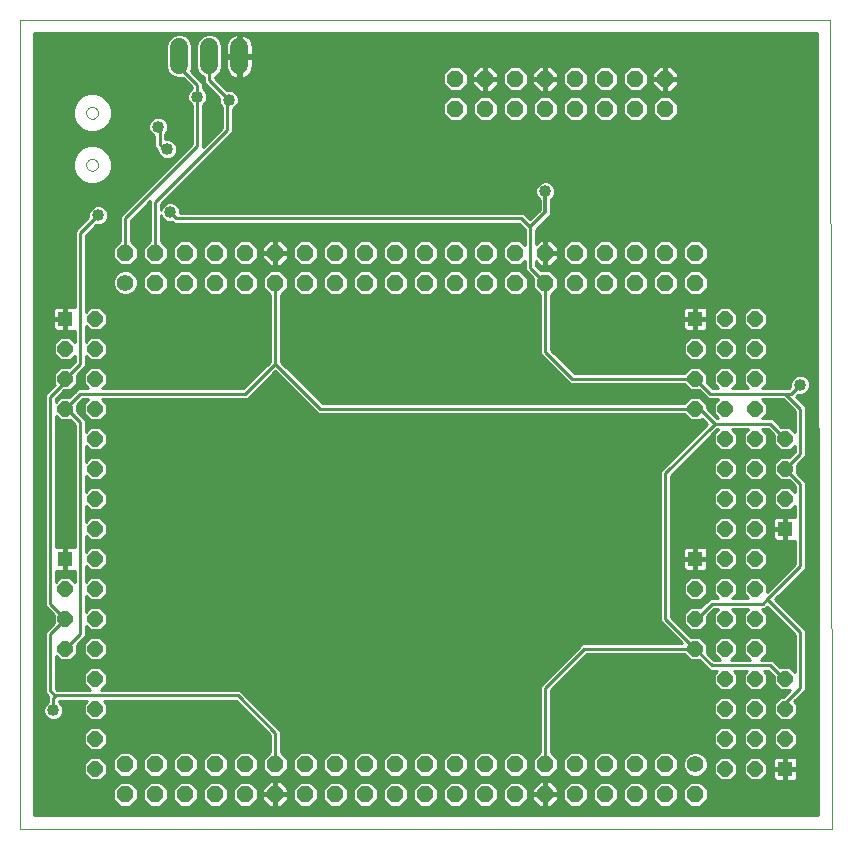
<source format=gbl>
G75*
G70*
%OFA0B0*%
%FSLAX24Y24*%
%IPPOS*%
%LPD*%
%AMOC8*
5,1,8,0,0,1.08239X$1,22.5*
%
%ADD10C,0.0000*%
%ADD11C,0.0560*%
%ADD12OC8,0.0560*%
%ADD13C,0.0600*%
%ADD14OC8,0.0515*%
%ADD15R,0.0515X0.0515*%
%ADD16C,0.0100*%
%ADD17C,0.0400*%
%ADD18C,0.0120*%
D10*
X000800Y000500D02*
X000800Y027470D01*
X027792Y027470D01*
X027842Y000500D01*
X000800Y000500D01*
X002997Y022634D02*
X002999Y022661D01*
X003005Y022688D01*
X003014Y022714D01*
X003027Y022738D01*
X003043Y022761D01*
X003062Y022780D01*
X003084Y022797D01*
X003108Y022811D01*
X003133Y022821D01*
X003160Y022828D01*
X003187Y022831D01*
X003215Y022830D01*
X003242Y022825D01*
X003268Y022817D01*
X003292Y022805D01*
X003315Y022789D01*
X003336Y022771D01*
X003353Y022750D01*
X003368Y022726D01*
X003379Y022701D01*
X003387Y022675D01*
X003391Y022648D01*
X003391Y022620D01*
X003387Y022593D01*
X003379Y022567D01*
X003368Y022542D01*
X003353Y022518D01*
X003336Y022497D01*
X003315Y022479D01*
X003293Y022463D01*
X003268Y022451D01*
X003242Y022443D01*
X003215Y022438D01*
X003187Y022437D01*
X003160Y022440D01*
X003133Y022447D01*
X003108Y022457D01*
X003084Y022471D01*
X003062Y022488D01*
X003043Y022507D01*
X003027Y022530D01*
X003014Y022554D01*
X003005Y022580D01*
X002999Y022607D01*
X002997Y022634D01*
X002997Y024366D02*
X002999Y024393D01*
X003005Y024420D01*
X003014Y024446D01*
X003027Y024470D01*
X003043Y024493D01*
X003062Y024512D01*
X003084Y024529D01*
X003108Y024543D01*
X003133Y024553D01*
X003160Y024560D01*
X003187Y024563D01*
X003215Y024562D01*
X003242Y024557D01*
X003268Y024549D01*
X003292Y024537D01*
X003315Y024521D01*
X003336Y024503D01*
X003353Y024482D01*
X003368Y024458D01*
X003379Y024433D01*
X003387Y024407D01*
X003391Y024380D01*
X003391Y024352D01*
X003387Y024325D01*
X003379Y024299D01*
X003368Y024274D01*
X003353Y024250D01*
X003336Y024229D01*
X003315Y024211D01*
X003293Y024195D01*
X003268Y024183D01*
X003242Y024175D01*
X003215Y024170D01*
X003187Y024169D01*
X003160Y024172D01*
X003133Y024179D01*
X003108Y024189D01*
X003084Y024203D01*
X003062Y024220D01*
X003043Y024239D01*
X003027Y024262D01*
X003014Y024286D01*
X003005Y024312D01*
X002999Y024339D01*
X002997Y024366D01*
D11*
X004300Y018700D03*
X023300Y002650D03*
D12*
X023300Y001650D03*
X022300Y001650D03*
X021300Y001650D03*
X021300Y002650D03*
X022300Y002650D03*
X020300Y002650D03*
X019300Y002650D03*
X019300Y001650D03*
X020300Y001650D03*
X018300Y001650D03*
X018300Y002650D03*
X017300Y002650D03*
X016300Y002650D03*
X016300Y001650D03*
X017300Y001650D03*
X015300Y001650D03*
X014300Y001650D03*
X014300Y002650D03*
X015300Y002650D03*
X013300Y002650D03*
X012300Y002650D03*
X012300Y001650D03*
X013300Y001650D03*
X011300Y001650D03*
X011300Y002650D03*
X010300Y002650D03*
X009300Y002650D03*
X009300Y001650D03*
X010300Y001650D03*
X008300Y001650D03*
X007300Y001650D03*
X007300Y002650D03*
X008300Y002650D03*
X006300Y002650D03*
X006300Y001650D03*
X005300Y001650D03*
X004300Y001650D03*
X004300Y002650D03*
X005300Y002650D03*
X005300Y018700D03*
X005300Y019700D03*
X004300Y019700D03*
X006300Y019700D03*
X006300Y018700D03*
X007300Y018700D03*
X008300Y018700D03*
X008300Y019700D03*
X007300Y019700D03*
X009300Y019700D03*
X010300Y019700D03*
X010300Y018700D03*
X009300Y018700D03*
X011300Y018700D03*
X011300Y019700D03*
X012300Y019700D03*
X013300Y019700D03*
X013300Y018700D03*
X012300Y018700D03*
X014300Y018700D03*
X015300Y018700D03*
X015300Y019700D03*
X014300Y019700D03*
X016300Y019700D03*
X017300Y019700D03*
X017300Y018700D03*
X016300Y018700D03*
X018300Y018700D03*
X018300Y019700D03*
X019300Y019700D03*
X020300Y019700D03*
X020300Y018700D03*
X019300Y018700D03*
X021300Y018700D03*
X022300Y018700D03*
X022300Y019700D03*
X021300Y019700D03*
X023300Y019700D03*
X023300Y018700D03*
X022300Y024500D03*
X021300Y024500D03*
X021300Y025500D03*
X022300Y025500D03*
X020300Y025500D03*
X019300Y025500D03*
X019300Y024500D03*
X020300Y024500D03*
X018300Y024500D03*
X018300Y025500D03*
X017300Y025500D03*
X016300Y025500D03*
X016300Y024500D03*
X017300Y024500D03*
X015300Y024500D03*
X015300Y025500D03*
D13*
X008100Y025950D02*
X008100Y026550D01*
X007100Y026550D02*
X007100Y025950D01*
X006100Y025950D02*
X006100Y026550D01*
D14*
X003300Y017500D03*
X003300Y016500D03*
X003300Y015500D03*
X002300Y015500D03*
X002300Y016500D03*
X002300Y014500D03*
X003300Y014500D03*
X003300Y013500D03*
X003300Y012500D03*
X003300Y011500D03*
X003300Y010500D03*
X003300Y009500D03*
X003300Y008500D03*
X003300Y007500D03*
X002300Y007500D03*
X002300Y008500D03*
X002300Y006500D03*
X003300Y006500D03*
X003300Y005500D03*
X003300Y004500D03*
X003300Y003500D03*
X003300Y002500D03*
X023300Y006500D03*
X024300Y006500D03*
X024300Y005500D03*
X024300Y004500D03*
X024300Y003500D03*
X024300Y002500D03*
X025300Y002500D03*
X025300Y003500D03*
X025300Y004500D03*
X025300Y005500D03*
X025300Y006500D03*
X025300Y007500D03*
X025300Y008500D03*
X025300Y009500D03*
X025300Y010500D03*
X025300Y011500D03*
X025300Y012500D03*
X025300Y013500D03*
X025300Y014500D03*
X025300Y015500D03*
X025300Y016500D03*
X025300Y017500D03*
X024300Y017500D03*
X024300Y016500D03*
X024300Y015500D03*
X023300Y015500D03*
X023300Y016500D03*
X023300Y014500D03*
X024300Y014500D03*
X024300Y013500D03*
X024300Y012500D03*
X024300Y011500D03*
X024300Y010500D03*
X024300Y009500D03*
X024300Y008500D03*
X024300Y007500D03*
X023300Y007500D03*
X023300Y008500D03*
X026300Y011500D03*
X026300Y012500D03*
X026300Y013500D03*
X026300Y005500D03*
X026300Y004500D03*
X026300Y003500D03*
D15*
X026300Y002500D03*
X023300Y009500D03*
X026300Y010500D03*
X023300Y017500D03*
X002300Y017500D03*
X002300Y009500D03*
D16*
X002329Y009471D02*
X002329Y009093D01*
X002577Y009093D01*
X002615Y009103D01*
X002620Y009105D01*
X002620Y008728D01*
X002460Y008887D01*
X002140Y008887D01*
X001980Y008728D01*
X001980Y009105D01*
X001985Y009103D01*
X002023Y009093D01*
X002271Y009093D01*
X002271Y009471D01*
X002329Y009471D01*
X002329Y009464D02*
X002271Y009464D01*
X002271Y009529D02*
X002271Y009907D01*
X002023Y009907D01*
X001985Y009897D01*
X001980Y009895D01*
X001980Y014272D01*
X002140Y014113D01*
X002460Y014113D01*
X002472Y014124D01*
X002620Y013975D01*
X002620Y009895D01*
X002615Y009897D01*
X002577Y009907D01*
X002329Y009907D01*
X002329Y009529D01*
X002271Y009529D01*
X002271Y009562D02*
X002329Y009562D01*
X002329Y009661D02*
X002271Y009661D01*
X002271Y009759D02*
X002329Y009759D01*
X002329Y009858D02*
X002271Y009858D01*
X001980Y009956D02*
X002620Y009956D01*
X002620Y010055D02*
X001980Y010055D01*
X001980Y010153D02*
X002620Y010153D01*
X002620Y010252D02*
X001980Y010252D01*
X001980Y010350D02*
X002620Y010350D01*
X002620Y010449D02*
X001980Y010449D01*
X001980Y010547D02*
X002620Y010547D01*
X002620Y010646D02*
X001980Y010646D01*
X001980Y010744D02*
X002620Y010744D01*
X002620Y010843D02*
X001980Y010843D01*
X001980Y010941D02*
X002620Y010941D01*
X002620Y011040D02*
X001980Y011040D01*
X001980Y011138D02*
X002620Y011138D01*
X002620Y011237D02*
X001980Y011237D01*
X001980Y011335D02*
X002620Y011335D01*
X002620Y011434D02*
X001980Y011434D01*
X001980Y011532D02*
X002620Y011532D01*
X002620Y011631D02*
X001980Y011631D01*
X001980Y011729D02*
X002620Y011729D01*
X002620Y011828D02*
X001980Y011828D01*
X001980Y011926D02*
X002620Y011926D01*
X002620Y012025D02*
X001980Y012025D01*
X001980Y012123D02*
X002620Y012123D01*
X002620Y012222D02*
X001980Y012222D01*
X001980Y012320D02*
X002620Y012320D01*
X002620Y012419D02*
X001980Y012419D01*
X001980Y012517D02*
X002620Y012517D01*
X002620Y012616D02*
X001980Y012616D01*
X001980Y012714D02*
X002620Y012714D01*
X002620Y012813D02*
X001980Y012813D01*
X001980Y012911D02*
X002620Y012911D01*
X002620Y013010D02*
X001980Y013010D01*
X001980Y013108D02*
X002620Y013108D01*
X002620Y013207D02*
X001980Y013207D01*
X001980Y013305D02*
X002620Y013305D01*
X002620Y013404D02*
X001980Y013404D01*
X001980Y013502D02*
X002620Y013502D01*
X002620Y013601D02*
X001980Y013601D01*
X001980Y013699D02*
X002620Y013699D01*
X002620Y013798D02*
X001980Y013798D01*
X001980Y013896D02*
X002620Y013896D01*
X002601Y013995D02*
X001980Y013995D01*
X001980Y014093D02*
X002502Y014093D01*
X002800Y014050D02*
X002350Y014500D01*
X002300Y014500D01*
X002800Y015000D01*
X008300Y015000D01*
X009300Y016000D01*
X010800Y014500D01*
X023300Y014500D01*
X023450Y014500D01*
X023950Y014000D01*
X022300Y012350D01*
X022300Y007500D01*
X023300Y006500D01*
X023850Y005950D01*
X025800Y005950D01*
X026250Y005500D01*
X026300Y005500D01*
X026024Y005228D02*
X025576Y005228D01*
X025477Y005130D02*
X026123Y005130D01*
X026140Y005113D02*
X026458Y005113D01*
X026233Y004887D01*
X026140Y004887D01*
X025913Y004660D01*
X025913Y004340D01*
X026140Y004113D01*
X026460Y004113D01*
X026687Y004340D01*
X026687Y004660D01*
X026601Y004747D01*
X026875Y005020D01*
X026980Y005125D01*
X026980Y007125D01*
X025955Y008150D01*
X026875Y009070D01*
X026980Y009175D01*
X026980Y012075D01*
X026687Y012367D01*
X026687Y012633D01*
X026980Y012925D01*
X026980Y014575D01*
X026875Y014680D01*
X026655Y014900D01*
X026727Y014973D01*
X026734Y014970D01*
X026866Y014970D01*
X026987Y015020D01*
X027080Y015113D01*
X027130Y015234D01*
X027130Y015366D01*
X027080Y015487D01*
X026987Y015580D01*
X026866Y015630D01*
X026734Y015630D01*
X026613Y015580D01*
X026520Y015487D01*
X026470Y015366D01*
X026470Y015234D01*
X026473Y015227D01*
X026425Y015180D01*
X025528Y015180D01*
X025687Y015340D01*
X025687Y015660D01*
X025460Y015887D01*
X025140Y015887D01*
X024913Y015660D01*
X024913Y015340D01*
X025072Y015180D01*
X024528Y015180D01*
X024687Y015340D01*
X024687Y015660D01*
X024460Y015887D01*
X024140Y015887D01*
X023913Y015660D01*
X023913Y015340D01*
X024072Y015180D01*
X023875Y015180D01*
X023687Y015367D01*
X023687Y015660D01*
X023460Y015887D01*
X023140Y015887D01*
X022932Y015680D01*
X019275Y015680D01*
X018480Y016475D01*
X018480Y018300D01*
X018710Y018530D01*
X018710Y018870D01*
X018470Y019110D01*
X018145Y019110D01*
X017980Y019275D01*
X017980Y019412D01*
X018122Y019270D01*
X018260Y019270D01*
X018260Y019660D01*
X018340Y019660D01*
X018340Y019740D01*
X018260Y019740D01*
X018260Y020130D01*
X018122Y020130D01*
X017980Y019988D01*
X017980Y020461D01*
X018490Y020971D01*
X018490Y021473D01*
X018580Y021563D01*
X018630Y021684D01*
X018630Y021816D01*
X018580Y021937D01*
X018487Y022030D01*
X018366Y022080D01*
X018234Y022080D01*
X018113Y022030D01*
X018020Y021937D01*
X017970Y021816D01*
X017970Y021684D01*
X018020Y021563D01*
X018110Y021473D01*
X018110Y021129D01*
X017793Y020812D01*
X017680Y020925D01*
X017575Y021030D01*
X006130Y021030D01*
X006130Y021116D01*
X006080Y021237D01*
X005987Y021330D01*
X005866Y021380D01*
X005734Y021380D01*
X005613Y021330D01*
X005520Y021237D01*
X005480Y021140D01*
X005480Y021325D01*
X007775Y023620D01*
X007880Y023725D01*
X007880Y024497D01*
X007937Y024520D01*
X008030Y024613D01*
X008080Y024734D01*
X008080Y024866D01*
X008030Y024987D01*
X007937Y025080D01*
X007816Y025130D01*
X007684Y025130D01*
X007677Y025127D01*
X007280Y025525D01*
X007280Y025559D01*
X007344Y025585D01*
X007465Y025706D01*
X007530Y025864D01*
X007530Y026636D01*
X007465Y026794D01*
X007344Y026915D01*
X007186Y026980D01*
X007014Y026980D01*
X006856Y026915D01*
X006735Y026794D01*
X006670Y026636D01*
X006670Y025864D01*
X006735Y025706D01*
X006856Y025585D01*
X006920Y025559D01*
X006920Y025375D01*
X007025Y025270D01*
X007423Y024873D01*
X007420Y024866D01*
X007420Y024734D01*
X007470Y024613D01*
X007520Y024563D01*
X007520Y023875D01*
X006880Y023235D01*
X006880Y024617D01*
X006887Y024620D01*
X006980Y024713D01*
X007030Y024834D01*
X007030Y024966D01*
X006980Y025087D01*
X006887Y025180D01*
X006880Y025183D01*
X006880Y025375D01*
X006489Y025766D01*
X006530Y025864D01*
X006530Y026636D01*
X006465Y026794D01*
X006344Y026915D01*
X006186Y026980D01*
X006014Y026980D01*
X005856Y026915D01*
X005735Y026794D01*
X005670Y026636D01*
X005670Y025864D01*
X005735Y025706D01*
X005856Y025585D01*
X006014Y025520D01*
X006186Y025520D01*
X006214Y025532D01*
X006520Y025225D01*
X006520Y025183D01*
X006513Y025180D01*
X006420Y025087D01*
X006370Y024966D01*
X006370Y024834D01*
X006420Y024713D01*
X006513Y024620D01*
X006520Y024617D01*
X006520Y023325D01*
X004120Y020925D01*
X004120Y020100D01*
X003890Y019870D01*
X003890Y019530D01*
X004130Y019290D01*
X004470Y019290D01*
X004710Y019530D01*
X004710Y019870D01*
X004480Y020100D01*
X004480Y020775D01*
X005120Y021415D01*
X005120Y020100D01*
X004890Y019870D01*
X004890Y019530D01*
X005130Y019290D01*
X005470Y019290D01*
X005710Y019530D01*
X005710Y019870D01*
X005480Y020100D01*
X005480Y020960D01*
X005520Y020863D01*
X005613Y020770D01*
X005734Y020720D01*
X005866Y020720D01*
X005873Y020723D01*
X005925Y020670D01*
X017425Y020670D01*
X017610Y020485D01*
X017610Y020471D01*
X017620Y020461D01*
X017620Y019960D01*
X017470Y020110D01*
X017130Y020110D01*
X016890Y019870D01*
X016890Y019530D01*
X017130Y019290D01*
X017470Y019290D01*
X017620Y019440D01*
X017620Y019125D01*
X017725Y019020D01*
X017890Y018855D01*
X017890Y018530D01*
X018120Y018300D01*
X018120Y016325D01*
X018225Y016220D01*
X019125Y015320D01*
X022932Y015320D01*
X023140Y015113D01*
X023433Y015113D01*
X023620Y014925D01*
X023725Y014820D01*
X024072Y014820D01*
X023913Y014660D01*
X023913Y014340D01*
X024072Y014180D01*
X024025Y014180D01*
X023687Y014517D01*
X023687Y014660D01*
X023460Y014887D01*
X023140Y014887D01*
X022932Y014680D01*
X010875Y014680D01*
X009480Y016075D01*
X009480Y018300D01*
X009710Y018530D01*
X009710Y018870D01*
X009470Y019110D01*
X009130Y019110D01*
X008890Y018870D01*
X008890Y018530D01*
X009120Y018300D01*
X009120Y016075D01*
X008225Y015180D01*
X003528Y015180D01*
X003687Y015340D01*
X003687Y015660D01*
X003460Y015887D01*
X003140Y015887D01*
X002913Y015660D01*
X002913Y015340D01*
X003072Y015180D01*
X002725Y015180D01*
X002620Y015075D01*
X002620Y015075D01*
X002433Y014887D01*
X002140Y014887D01*
X001980Y014728D01*
X001980Y014825D01*
X002267Y015113D01*
X002460Y015113D01*
X002687Y015340D01*
X002687Y015633D01*
X002875Y015820D01*
X002980Y015925D01*
X002980Y016272D01*
X003140Y016113D01*
X003460Y016113D01*
X003687Y016340D01*
X003687Y016660D01*
X003460Y016887D01*
X003140Y016887D01*
X002980Y016728D01*
X002980Y017272D01*
X003140Y017113D01*
X003460Y017113D01*
X003687Y017340D01*
X003687Y017660D01*
X003460Y017887D01*
X003140Y017887D01*
X002980Y017728D01*
X002980Y020275D01*
X003327Y020623D01*
X003334Y020620D01*
X003466Y020620D01*
X003587Y020670D01*
X003680Y020763D01*
X003730Y020884D01*
X003730Y021016D01*
X003680Y021137D01*
X003587Y021230D01*
X003466Y021280D01*
X003334Y021280D01*
X003213Y021230D01*
X003120Y021137D01*
X003070Y021016D01*
X003070Y020884D01*
X003073Y020877D01*
X002620Y020425D01*
X002620Y017895D01*
X002615Y017897D01*
X002577Y017907D01*
X002329Y017907D01*
X002329Y017529D01*
X002271Y017529D01*
X002271Y017907D01*
X002023Y017907D01*
X001985Y017897D01*
X001950Y017878D01*
X001922Y017850D01*
X001903Y017815D01*
X001893Y017777D01*
X001893Y017529D01*
X002271Y017529D01*
X002271Y017471D01*
X002329Y017471D01*
X002329Y017093D01*
X002577Y017093D01*
X002615Y017103D01*
X002620Y017105D01*
X002620Y016728D01*
X002460Y016887D01*
X002140Y016887D01*
X001913Y016660D01*
X001913Y016340D01*
X002140Y016113D01*
X002460Y016113D01*
X002620Y016272D01*
X002620Y016075D01*
X002433Y015887D01*
X002140Y015887D01*
X001913Y015660D01*
X001913Y015340D01*
X001949Y015303D01*
X001725Y015080D01*
X001620Y014975D01*
X001620Y007925D01*
X001913Y007633D01*
X001913Y007367D01*
X001620Y007075D01*
X001620Y005025D01*
X001720Y004925D01*
X001720Y004733D01*
X001713Y004730D01*
X001620Y004637D01*
X001570Y004516D01*
X001570Y004384D01*
X001620Y004263D01*
X001713Y004170D01*
X001834Y004120D01*
X001966Y004120D01*
X002087Y004170D01*
X002180Y004263D01*
X002230Y004384D01*
X002230Y004516D01*
X002180Y004637D01*
X002087Y004730D01*
X002080Y004733D01*
X002080Y004770D01*
X003022Y004770D01*
X002913Y004660D01*
X002913Y004340D01*
X003140Y004113D01*
X003460Y004113D01*
X003687Y004340D01*
X003687Y004660D01*
X003578Y004770D01*
X007975Y004770D01*
X009120Y003625D01*
X009120Y003050D01*
X008890Y002820D01*
X008890Y002480D01*
X009130Y002240D01*
X009470Y002240D01*
X009710Y002480D01*
X009710Y002820D01*
X009480Y003050D01*
X009480Y003775D01*
X008125Y005130D01*
X003478Y005130D01*
X003687Y005340D01*
X003687Y005660D01*
X003460Y005887D01*
X003140Y005887D01*
X002913Y005660D01*
X002913Y005340D01*
X003122Y005130D01*
X002025Y005130D01*
X001980Y005175D01*
X001980Y006272D01*
X002140Y006113D01*
X002460Y006113D01*
X002687Y006340D01*
X002687Y006633D01*
X002980Y006925D01*
X002980Y007272D01*
X003140Y007113D01*
X003460Y007113D01*
X003687Y007340D01*
X003687Y007660D01*
X003460Y007887D01*
X003140Y007887D01*
X002980Y007728D01*
X002980Y008272D01*
X003140Y008113D01*
X003460Y008113D01*
X003687Y008340D01*
X003687Y008660D01*
X003460Y008887D01*
X003140Y008887D01*
X002980Y008728D01*
X002980Y009272D01*
X003140Y009113D01*
X003460Y009113D01*
X003687Y009340D01*
X003687Y009660D01*
X003460Y009887D01*
X003140Y009887D01*
X002980Y009728D01*
X002980Y010272D01*
X003140Y010113D01*
X003460Y010113D01*
X003687Y010340D01*
X003687Y010660D01*
X003460Y010887D01*
X003140Y010887D01*
X002980Y010728D01*
X002980Y011272D01*
X003140Y011113D01*
X003460Y011113D01*
X003687Y011340D01*
X003687Y011660D01*
X003460Y011887D01*
X003140Y011887D01*
X002980Y011728D01*
X002980Y012272D01*
X003140Y012113D01*
X003460Y012113D01*
X003687Y012340D01*
X003687Y012660D01*
X003460Y012887D01*
X003140Y012887D01*
X002980Y012728D01*
X002980Y013272D01*
X003140Y013113D01*
X003460Y013113D01*
X003687Y013340D01*
X003687Y013660D01*
X003460Y013887D01*
X003140Y013887D01*
X002980Y013728D01*
X002980Y014125D01*
X002875Y014230D01*
X002687Y014417D01*
X002687Y014633D01*
X002875Y014820D01*
X003072Y014820D01*
X002913Y014660D01*
X002913Y014340D01*
X003140Y014113D01*
X003460Y014113D01*
X003687Y014340D01*
X003687Y014660D01*
X003528Y014820D01*
X008375Y014820D01*
X008480Y014925D01*
X009300Y015745D01*
X010725Y014320D01*
X022932Y014320D01*
X023140Y014113D01*
X023460Y014113D01*
X023522Y014174D01*
X023695Y014000D01*
X022120Y012425D01*
X022120Y007425D01*
X022225Y007320D01*
X022865Y006680D01*
X019525Y006680D01*
X019420Y006575D01*
X018120Y005275D01*
X018120Y003050D01*
X017890Y002820D01*
X017890Y002480D01*
X018130Y002240D01*
X018470Y002240D01*
X018710Y002480D01*
X018710Y002820D01*
X018480Y003050D01*
X018480Y005125D01*
X019675Y006320D01*
X022932Y006320D01*
X023140Y006113D01*
X023433Y006113D01*
X023775Y005770D01*
X024022Y005770D01*
X023913Y005660D01*
X023913Y005340D01*
X024140Y005113D01*
X024460Y005113D01*
X024687Y005340D01*
X024687Y005660D01*
X024578Y005770D01*
X025022Y005770D01*
X024913Y005660D01*
X024913Y005340D01*
X025140Y005113D01*
X025460Y005113D01*
X025687Y005340D01*
X025687Y005660D01*
X025578Y005770D01*
X025725Y005770D01*
X025913Y005583D01*
X025913Y005340D01*
X026140Y005113D01*
X026278Y004933D02*
X018480Y004933D01*
X018480Y005031D02*
X026376Y005031D01*
X026300Y004700D02*
X026800Y005200D01*
X026800Y007050D01*
X025700Y008150D01*
X026800Y009250D01*
X026800Y012000D01*
X026300Y012500D01*
X026800Y013000D01*
X026800Y014500D01*
X026300Y015000D01*
X026500Y015000D01*
X026800Y015300D01*
X027106Y015177D02*
X027365Y015177D01*
X027365Y015275D02*
X027130Y015275D01*
X027127Y015374D02*
X027365Y015374D01*
X027364Y015472D02*
X027086Y015472D01*
X026996Y015571D02*
X027364Y015571D01*
X027364Y015669D02*
X025679Y015669D01*
X025687Y015571D02*
X026604Y015571D01*
X026514Y015472D02*
X025687Y015472D01*
X025687Y015374D02*
X026473Y015374D01*
X026470Y015275D02*
X025623Y015275D01*
X025528Y014820D02*
X026225Y014820D01*
X026620Y014425D01*
X026620Y013728D01*
X026460Y013887D01*
X026167Y013887D01*
X025875Y014180D01*
X025528Y014180D01*
X025687Y014340D01*
X025687Y014660D01*
X025528Y014820D01*
X025565Y014783D02*
X026263Y014783D01*
X026361Y014684D02*
X025664Y014684D01*
X025687Y014586D02*
X026460Y014586D01*
X026558Y014487D02*
X025687Y014487D01*
X025687Y014389D02*
X026620Y014389D01*
X026620Y014290D02*
X025638Y014290D01*
X025540Y014192D02*
X026620Y014192D01*
X026620Y014093D02*
X025962Y014093D01*
X026060Y013995D02*
X026620Y013995D01*
X026620Y013896D02*
X026159Y013896D01*
X025913Y013633D02*
X025913Y013340D01*
X026140Y013113D01*
X026460Y013113D01*
X026620Y013272D01*
X026620Y013075D01*
X026433Y012887D01*
X026140Y012887D01*
X025913Y012660D01*
X025913Y012340D01*
X026140Y012113D01*
X026433Y012113D01*
X026620Y011925D01*
X026620Y011728D01*
X026460Y011887D01*
X026140Y011887D01*
X025913Y011660D01*
X025913Y011340D01*
X026140Y011113D01*
X026460Y011113D01*
X026620Y011272D01*
X026620Y010895D01*
X026615Y010897D01*
X026577Y010907D01*
X026329Y010907D01*
X026329Y010529D01*
X026271Y010529D01*
X026271Y010907D01*
X026023Y010907D01*
X025985Y010897D01*
X025950Y010878D01*
X025922Y010850D01*
X025903Y010815D01*
X025893Y010777D01*
X025893Y010529D01*
X026271Y010529D01*
X026271Y010471D01*
X026329Y010471D01*
X026329Y010093D01*
X026577Y010093D01*
X026615Y010103D01*
X026620Y010105D01*
X026620Y009325D01*
X025687Y008392D01*
X025687Y008660D01*
X025460Y008887D01*
X025140Y008887D01*
X024913Y008660D01*
X024913Y008340D01*
X025072Y008180D01*
X024528Y008180D01*
X024687Y008340D01*
X024687Y008660D01*
X024460Y008887D01*
X024140Y008887D01*
X023913Y008660D01*
X023913Y008340D01*
X024072Y008180D01*
X023775Y008180D01*
X023670Y008075D01*
X023472Y007876D01*
X023460Y007887D01*
X023140Y007887D01*
X022913Y007660D01*
X022913Y007340D01*
X023140Y007113D01*
X023460Y007113D01*
X023687Y007340D01*
X023687Y007583D01*
X023925Y007820D01*
X024072Y007820D01*
X023913Y007660D01*
X023913Y007340D01*
X024140Y007113D01*
X024460Y007113D01*
X024687Y007340D01*
X024687Y007660D01*
X024528Y007820D01*
X025072Y007820D01*
X024913Y007660D01*
X024913Y007340D01*
X025140Y007113D01*
X025460Y007113D01*
X025687Y007340D01*
X025687Y007660D01*
X025528Y007820D01*
X025625Y007820D01*
X025700Y007895D01*
X026620Y006975D01*
X026620Y005728D01*
X026460Y005887D01*
X026140Y005887D01*
X026128Y005876D01*
X025980Y006025D01*
X025875Y006130D01*
X025478Y006130D01*
X025687Y006340D01*
X025687Y006660D01*
X025460Y006887D01*
X025140Y006887D01*
X024913Y006660D01*
X024913Y006340D01*
X025122Y006130D01*
X024478Y006130D01*
X024687Y006340D01*
X024687Y006660D01*
X024460Y006887D01*
X024140Y006887D01*
X023913Y006660D01*
X023913Y006340D01*
X024122Y006130D01*
X023925Y006130D01*
X023687Y006367D01*
X023687Y006660D01*
X023460Y006887D01*
X023167Y006887D01*
X022480Y007575D01*
X022480Y012275D01*
X024025Y013820D01*
X024072Y013820D01*
X023913Y013660D01*
X023913Y013340D01*
X024140Y013113D01*
X024460Y013113D01*
X024687Y013340D01*
X024687Y013660D01*
X024528Y013820D01*
X025072Y013820D01*
X024913Y013660D01*
X024913Y013340D01*
X025140Y013113D01*
X025460Y013113D01*
X025687Y013340D01*
X025687Y013660D01*
X025528Y013820D01*
X025725Y013820D01*
X025913Y013633D01*
X025913Y013601D02*
X025687Y013601D01*
X025687Y013502D02*
X025913Y013502D01*
X025913Y013404D02*
X025687Y013404D01*
X025653Y013305D02*
X025947Y013305D01*
X026045Y013207D02*
X025555Y013207D01*
X025460Y012887D02*
X025140Y012887D01*
X024913Y012660D01*
X024913Y012340D01*
X025140Y012113D01*
X025460Y012113D01*
X025687Y012340D01*
X025687Y012660D01*
X025460Y012887D01*
X025535Y012813D02*
X026065Y012813D01*
X025966Y012714D02*
X025634Y012714D01*
X025687Y012616D02*
X025913Y012616D01*
X025913Y012517D02*
X025687Y012517D01*
X025687Y012419D02*
X025913Y012419D01*
X025932Y012320D02*
X025668Y012320D01*
X025570Y012222D02*
X026030Y012222D01*
X026129Y012123D02*
X025471Y012123D01*
X025460Y011887D02*
X025140Y011887D01*
X024913Y011660D01*
X024913Y011340D01*
X025140Y011113D01*
X025460Y011113D01*
X025687Y011340D01*
X025687Y011660D01*
X025460Y011887D01*
X025520Y011828D02*
X026080Y011828D01*
X025981Y011729D02*
X025619Y011729D01*
X025687Y011631D02*
X025913Y011631D01*
X025913Y011532D02*
X025687Y011532D01*
X025687Y011434D02*
X025913Y011434D01*
X025917Y011335D02*
X025683Y011335D01*
X025585Y011237D02*
X026015Y011237D01*
X026114Y011138D02*
X025486Y011138D01*
X025460Y010887D02*
X025140Y010887D01*
X024913Y010660D01*
X024913Y010340D01*
X025140Y010113D01*
X025460Y010113D01*
X025687Y010340D01*
X025687Y010660D01*
X025460Y010887D01*
X025505Y010843D02*
X025918Y010843D01*
X025893Y010744D02*
X025604Y010744D01*
X025687Y010646D02*
X025893Y010646D01*
X025893Y010547D02*
X025687Y010547D01*
X025687Y010449D02*
X025893Y010449D01*
X025893Y010471D02*
X025893Y010223D01*
X025903Y010185D01*
X025922Y010150D01*
X025950Y010122D01*
X025985Y010103D01*
X026023Y010093D01*
X026271Y010093D01*
X026271Y010471D01*
X025893Y010471D01*
X025893Y010350D02*
X025687Y010350D01*
X025600Y010252D02*
X025893Y010252D01*
X025921Y010153D02*
X025501Y010153D01*
X025460Y009887D02*
X025140Y009887D01*
X024913Y009660D01*
X024913Y009340D01*
X025140Y009113D01*
X025460Y009113D01*
X025687Y009340D01*
X025687Y009660D01*
X025460Y009887D01*
X025490Y009858D02*
X026620Y009858D01*
X026620Y009956D02*
X022480Y009956D01*
X022480Y009858D02*
X022930Y009858D01*
X022922Y009850D02*
X022903Y009815D01*
X022893Y009777D01*
X022893Y009529D01*
X023271Y009529D01*
X023271Y009907D01*
X023023Y009907D01*
X022985Y009897D01*
X022950Y009878D01*
X022922Y009850D01*
X022893Y009759D02*
X022480Y009759D01*
X022480Y009661D02*
X022893Y009661D01*
X022893Y009562D02*
X022480Y009562D01*
X022480Y009464D02*
X022893Y009464D01*
X022893Y009471D02*
X022893Y009223D01*
X022903Y009185D01*
X022922Y009150D01*
X022950Y009122D01*
X022985Y009103D01*
X023023Y009093D01*
X023271Y009093D01*
X023271Y009471D01*
X023329Y009471D01*
X023329Y009529D01*
X023271Y009529D01*
X023271Y009471D01*
X022893Y009471D01*
X022893Y009365D02*
X022480Y009365D01*
X022480Y009267D02*
X022893Y009267D01*
X022912Y009168D02*
X022480Y009168D01*
X022480Y009070D02*
X026365Y009070D01*
X026463Y009168D02*
X025516Y009168D01*
X025615Y009267D02*
X026562Y009267D01*
X026620Y009365D02*
X025687Y009365D01*
X025687Y009464D02*
X026620Y009464D01*
X026620Y009562D02*
X025687Y009562D01*
X025687Y009661D02*
X026620Y009661D01*
X026620Y009759D02*
X025589Y009759D01*
X025110Y009858D02*
X024490Y009858D01*
X024460Y009887D02*
X024140Y009887D01*
X023913Y009660D01*
X023913Y009340D01*
X024140Y009113D01*
X024460Y009113D01*
X024687Y009340D01*
X024687Y009660D01*
X024460Y009887D01*
X024589Y009759D02*
X025011Y009759D01*
X024913Y009661D02*
X024687Y009661D01*
X024687Y009562D02*
X024913Y009562D01*
X024913Y009464D02*
X024687Y009464D01*
X024687Y009365D02*
X024913Y009365D01*
X024985Y009267D02*
X024615Y009267D01*
X024516Y009168D02*
X025084Y009168D01*
X025125Y008873D02*
X024475Y008873D01*
X024574Y008774D02*
X025026Y008774D01*
X024928Y008676D02*
X024672Y008676D01*
X024687Y008577D02*
X024913Y008577D01*
X024913Y008479D02*
X024687Y008479D01*
X024687Y008380D02*
X024913Y008380D01*
X024971Y008282D02*
X024629Y008282D01*
X024531Y008183D02*
X025069Y008183D01*
X025041Y007789D02*
X024559Y007789D01*
X024657Y007691D02*
X024943Y007691D01*
X024913Y007592D02*
X024687Y007592D01*
X024687Y007494D02*
X024913Y007494D01*
X024913Y007395D02*
X024687Y007395D01*
X024644Y007297D02*
X024956Y007297D01*
X025054Y007198D02*
X024546Y007198D01*
X024054Y007198D02*
X023546Y007198D01*
X023644Y007297D02*
X023956Y007297D01*
X023913Y007395D02*
X023687Y007395D01*
X023687Y007494D02*
X023913Y007494D01*
X023913Y007592D02*
X023697Y007592D01*
X023795Y007691D02*
X023943Y007691D01*
X023894Y007789D02*
X024041Y007789D01*
X023850Y008000D02*
X025550Y008000D01*
X025700Y008150D01*
X025692Y007888D02*
X025708Y007888D01*
X025806Y007789D02*
X025559Y007789D01*
X025657Y007691D02*
X025905Y007691D01*
X026003Y007592D02*
X025687Y007592D01*
X025687Y007494D02*
X026102Y007494D01*
X026200Y007395D02*
X025687Y007395D01*
X025644Y007297D02*
X026299Y007297D01*
X026397Y007198D02*
X025546Y007198D01*
X025544Y006804D02*
X026620Y006804D01*
X026620Y006706D02*
X025642Y006706D01*
X025687Y006607D02*
X026620Y006607D01*
X026620Y006509D02*
X025687Y006509D01*
X025687Y006410D02*
X026620Y006410D01*
X026620Y006312D02*
X025659Y006312D01*
X025561Y006213D02*
X026620Y006213D01*
X026620Y006115D02*
X025890Y006115D01*
X025989Y006016D02*
X026620Y006016D01*
X026620Y005918D02*
X026087Y005918D01*
X025873Y005622D02*
X025687Y005622D01*
X025687Y005524D02*
X025913Y005524D01*
X025913Y005425D02*
X025687Y005425D01*
X025674Y005327D02*
X025926Y005327D01*
X025460Y004887D02*
X025140Y004887D01*
X024913Y004660D01*
X024913Y004340D01*
X025140Y004113D01*
X025460Y004113D01*
X025687Y004340D01*
X025687Y004660D01*
X025460Y004887D01*
X025514Y004834D02*
X026086Y004834D01*
X025988Y004736D02*
X025612Y004736D01*
X025687Y004637D02*
X025913Y004637D01*
X025913Y004539D02*
X025687Y004539D01*
X025687Y004440D02*
X025913Y004440D01*
X025913Y004342D02*
X025687Y004342D01*
X025591Y004243D02*
X026009Y004243D01*
X026108Y004145D02*
X025492Y004145D01*
X025460Y003887D02*
X025140Y003887D01*
X024913Y003660D01*
X024913Y003340D01*
X025140Y003113D01*
X025460Y003113D01*
X025687Y003340D01*
X025687Y003660D01*
X025460Y003887D01*
X025499Y003849D02*
X026101Y003849D01*
X026140Y003887D02*
X025913Y003660D01*
X025913Y003340D01*
X026140Y003113D01*
X026460Y003113D01*
X026687Y003340D01*
X026687Y003660D01*
X026460Y003887D01*
X026140Y003887D01*
X026003Y003751D02*
X025597Y003751D01*
X025687Y003652D02*
X025913Y003652D01*
X025913Y003554D02*
X025687Y003554D01*
X025687Y003455D02*
X025913Y003455D01*
X025913Y003357D02*
X025687Y003357D01*
X025606Y003258D02*
X025994Y003258D01*
X026093Y003160D02*
X025507Y003160D01*
X025460Y002887D02*
X025140Y002887D01*
X024913Y002660D01*
X024913Y002340D01*
X025140Y002113D01*
X025460Y002113D01*
X025687Y002340D01*
X025687Y002660D01*
X025460Y002887D01*
X025484Y002864D02*
X025937Y002864D01*
X025950Y002878D02*
X025922Y002850D01*
X025903Y002815D01*
X025893Y002777D01*
X025893Y002529D01*
X026271Y002529D01*
X026271Y002907D01*
X026023Y002907D01*
X025985Y002897D01*
X025950Y002878D01*
X025893Y002766D02*
X025582Y002766D01*
X025681Y002667D02*
X025893Y002667D01*
X025893Y002569D02*
X025687Y002569D01*
X025687Y002470D02*
X025893Y002470D01*
X025893Y002471D02*
X025893Y002223D01*
X025903Y002185D01*
X025922Y002150D01*
X025950Y002122D01*
X025985Y002103D01*
X026023Y002093D01*
X026271Y002093D01*
X026271Y002471D01*
X026329Y002471D01*
X026329Y002529D01*
X026271Y002529D01*
X026271Y002471D01*
X025893Y002471D01*
X025893Y002372D02*
X025687Y002372D01*
X025621Y002273D02*
X025893Y002273D01*
X025909Y002175D02*
X025522Y002175D01*
X025078Y002175D02*
X024522Y002175D01*
X024460Y002113D02*
X024687Y002340D01*
X024687Y002660D01*
X024460Y002887D01*
X024140Y002887D01*
X023913Y002660D01*
X023913Y002340D01*
X024140Y002113D01*
X024460Y002113D01*
X024621Y002273D02*
X024979Y002273D01*
X024913Y002372D02*
X024687Y002372D01*
X024687Y002470D02*
X024913Y002470D01*
X024913Y002569D02*
X024687Y002569D01*
X024681Y002667D02*
X024919Y002667D01*
X025018Y002766D02*
X024582Y002766D01*
X024484Y002864D02*
X025116Y002864D01*
X025093Y003160D02*
X024507Y003160D01*
X024460Y003113D02*
X024140Y003113D01*
X023913Y003340D01*
X023913Y003660D01*
X024140Y003887D01*
X024460Y003887D01*
X024687Y003660D01*
X024687Y003340D01*
X024460Y003113D01*
X024606Y003258D02*
X024994Y003258D01*
X024913Y003357D02*
X024687Y003357D01*
X024687Y003455D02*
X024913Y003455D01*
X024913Y003554D02*
X024687Y003554D01*
X024687Y003652D02*
X024913Y003652D01*
X025003Y003751D02*
X024597Y003751D01*
X024499Y003849D02*
X025101Y003849D01*
X025108Y004145D02*
X024492Y004145D01*
X024460Y004113D02*
X024687Y004340D01*
X024687Y004660D01*
X024460Y004887D01*
X024140Y004887D01*
X023913Y004660D01*
X023913Y004340D01*
X024140Y004113D01*
X024460Y004113D01*
X024591Y004243D02*
X025009Y004243D01*
X024913Y004342D02*
X024687Y004342D01*
X024687Y004440D02*
X024913Y004440D01*
X024913Y004539D02*
X024687Y004539D01*
X024687Y004637D02*
X024913Y004637D01*
X024988Y004736D02*
X024612Y004736D01*
X024514Y004834D02*
X025086Y004834D01*
X025123Y005130D02*
X024477Y005130D01*
X024576Y005228D02*
X025024Y005228D01*
X024926Y005327D02*
X024674Y005327D01*
X024687Y005425D02*
X024913Y005425D01*
X024913Y005524D02*
X024687Y005524D01*
X024687Y005622D02*
X024913Y005622D01*
X024973Y005721D02*
X024627Y005721D01*
X024561Y006213D02*
X025039Y006213D01*
X024941Y006312D02*
X024659Y006312D01*
X024687Y006410D02*
X024913Y006410D01*
X024913Y006509D02*
X024687Y006509D01*
X024687Y006607D02*
X024913Y006607D01*
X024958Y006706D02*
X024642Y006706D01*
X024544Y006804D02*
X025056Y006804D01*
X024056Y006804D02*
X023544Y006804D01*
X023642Y006706D02*
X023958Y006706D01*
X023913Y006607D02*
X023687Y006607D01*
X023687Y006509D02*
X023913Y006509D01*
X023913Y006410D02*
X023687Y006410D01*
X023743Y006312D02*
X023941Y006312D01*
X024039Y006213D02*
X023842Y006213D01*
X023628Y005918D02*
X019272Y005918D01*
X019371Y006016D02*
X023529Y006016D01*
X023726Y005819D02*
X019174Y005819D01*
X019075Y005721D02*
X023973Y005721D01*
X023913Y005622D02*
X018977Y005622D01*
X018878Y005524D02*
X023913Y005524D01*
X023913Y005425D02*
X018780Y005425D01*
X018681Y005327D02*
X023926Y005327D01*
X024024Y005228D02*
X018583Y005228D01*
X018484Y005130D02*
X024123Y005130D01*
X024086Y004834D02*
X018480Y004834D01*
X018480Y004736D02*
X023988Y004736D01*
X023913Y004637D02*
X018480Y004637D01*
X018480Y004539D02*
X023913Y004539D01*
X023913Y004440D02*
X018480Y004440D01*
X018480Y004342D02*
X023913Y004342D01*
X024009Y004243D02*
X018480Y004243D01*
X018480Y004145D02*
X024108Y004145D01*
X024101Y003849D02*
X018480Y003849D01*
X018480Y003751D02*
X024003Y003751D01*
X023913Y003652D02*
X018480Y003652D01*
X018480Y003554D02*
X023913Y003554D01*
X023913Y003455D02*
X018480Y003455D01*
X018480Y003357D02*
X023913Y003357D01*
X023994Y003258D02*
X018480Y003258D01*
X018480Y003160D02*
X024093Y003160D01*
X024116Y002864D02*
X023655Y002864D01*
X023648Y002882D02*
X023532Y002998D01*
X023382Y003060D01*
X023218Y003060D01*
X023068Y002998D01*
X022952Y002882D01*
X022890Y002732D01*
X022890Y002568D01*
X022952Y002418D01*
X023068Y002302D01*
X023218Y002240D01*
X023382Y002240D01*
X023532Y002302D01*
X023648Y002418D01*
X023710Y002568D01*
X023710Y002732D01*
X023648Y002882D01*
X023567Y002963D02*
X027388Y002963D01*
X027387Y003061D02*
X018480Y003061D01*
X018567Y002963D02*
X019033Y002963D01*
X019130Y003060D02*
X018890Y002820D01*
X018890Y002480D01*
X019130Y002240D01*
X019470Y002240D01*
X019710Y002480D01*
X019710Y002820D01*
X019470Y003060D01*
X019130Y003060D01*
X018934Y002864D02*
X018666Y002864D01*
X018710Y002766D02*
X018890Y002766D01*
X018890Y002667D02*
X018710Y002667D01*
X018710Y002569D02*
X018890Y002569D01*
X018900Y002470D02*
X018700Y002470D01*
X018601Y002372D02*
X018999Y002372D01*
X019097Y002273D02*
X018503Y002273D01*
X018478Y002080D02*
X018340Y002080D01*
X018340Y001690D01*
X018730Y001690D01*
X018730Y001828D01*
X018478Y002080D01*
X018482Y002076D02*
X027389Y002076D01*
X027389Y001978D02*
X023552Y001978D01*
X023470Y002060D02*
X023710Y001820D01*
X023710Y001480D01*
X023470Y001240D01*
X023130Y001240D01*
X022890Y001480D01*
X022890Y001820D01*
X023130Y002060D01*
X023470Y002060D01*
X023461Y002273D02*
X023979Y002273D01*
X023913Y002372D02*
X023601Y002372D01*
X023669Y002470D02*
X023913Y002470D01*
X023913Y002569D02*
X023710Y002569D01*
X023710Y002667D02*
X023919Y002667D01*
X024018Y002766D02*
X023696Y002766D01*
X023033Y002963D02*
X022567Y002963D01*
X022470Y003060D02*
X022130Y003060D01*
X021890Y002820D01*
X021890Y002480D01*
X022130Y002240D01*
X022470Y002240D01*
X022710Y002480D01*
X022710Y002820D01*
X022470Y003060D01*
X022666Y002864D02*
X022945Y002864D01*
X022904Y002766D02*
X022710Y002766D01*
X022710Y002667D02*
X022890Y002667D01*
X022890Y002569D02*
X022710Y002569D01*
X022700Y002470D02*
X022931Y002470D01*
X022999Y002372D02*
X022601Y002372D01*
X022503Y002273D02*
X023139Y002273D01*
X023048Y001978D02*
X022552Y001978D01*
X022470Y002060D02*
X022130Y002060D01*
X021890Y001820D01*
X021890Y001480D01*
X022130Y001240D01*
X022470Y001240D01*
X022710Y001480D01*
X022710Y001820D01*
X022470Y002060D01*
X022651Y001879D02*
X022949Y001879D01*
X022890Y001781D02*
X022710Y001781D01*
X022710Y001682D02*
X022890Y001682D01*
X022890Y001584D02*
X022710Y001584D01*
X022710Y001485D02*
X022890Y001485D01*
X022984Y001387D02*
X022616Y001387D01*
X022518Y001288D02*
X023082Y001288D01*
X023518Y001288D02*
X027391Y001288D01*
X027391Y001190D02*
X001250Y001190D01*
X001250Y001288D02*
X004082Y001288D01*
X004130Y001240D02*
X004470Y001240D01*
X004710Y001480D01*
X004710Y001820D01*
X004470Y002060D01*
X004130Y002060D01*
X003890Y001820D01*
X003890Y001480D01*
X004130Y001240D01*
X003984Y001387D02*
X001250Y001387D01*
X001250Y001485D02*
X003890Y001485D01*
X003890Y001584D02*
X001250Y001584D01*
X001250Y001682D02*
X003890Y001682D01*
X003890Y001781D02*
X001250Y001781D01*
X001250Y001879D02*
X003949Y001879D01*
X004048Y001978D02*
X001250Y001978D01*
X001250Y002076D02*
X009118Y002076D01*
X009122Y002080D02*
X008870Y001828D01*
X008870Y001690D01*
X009260Y001690D01*
X009260Y002080D01*
X009122Y002080D01*
X009260Y002076D02*
X009340Y002076D01*
X009340Y002080D02*
X009478Y002080D01*
X009730Y001828D01*
X009730Y001690D01*
X009340Y001690D01*
X009340Y001610D01*
X009730Y001610D01*
X009730Y001472D01*
X009478Y001220D01*
X009340Y001220D01*
X009340Y001610D01*
X009260Y001610D01*
X009260Y001220D01*
X009122Y001220D01*
X008870Y001472D01*
X008870Y001610D01*
X009260Y001610D01*
X009260Y001690D01*
X009340Y001690D01*
X009340Y002080D01*
X009340Y001978D02*
X009260Y001978D01*
X009260Y001879D02*
X009340Y001879D01*
X009340Y001781D02*
X009260Y001781D01*
X009260Y001682D02*
X008710Y001682D01*
X008710Y001584D02*
X008870Y001584D01*
X008870Y001485D02*
X008710Y001485D01*
X008710Y001480D02*
X008470Y001240D01*
X008130Y001240D01*
X007890Y001480D01*
X007890Y001820D01*
X008130Y002060D01*
X008470Y002060D01*
X008710Y001820D01*
X008710Y001480D01*
X008616Y001387D02*
X008955Y001387D01*
X009054Y001288D02*
X008518Y001288D01*
X008082Y001288D02*
X007518Y001288D01*
X007470Y001240D02*
X007710Y001480D01*
X007710Y001820D01*
X007470Y002060D01*
X007130Y002060D01*
X006890Y001820D01*
X006890Y001480D01*
X007130Y001240D01*
X007470Y001240D01*
X007616Y001387D02*
X007984Y001387D01*
X007890Y001485D02*
X007710Y001485D01*
X007710Y001584D02*
X007890Y001584D01*
X007890Y001682D02*
X007710Y001682D01*
X007710Y001781D02*
X007890Y001781D01*
X007949Y001879D02*
X007651Y001879D01*
X007552Y001978D02*
X008048Y001978D01*
X008130Y002240D02*
X008470Y002240D01*
X008710Y002480D01*
X008710Y002820D01*
X008470Y003060D01*
X008130Y003060D01*
X007890Y002820D01*
X007890Y002480D01*
X008130Y002240D01*
X008097Y002273D02*
X007503Y002273D01*
X007470Y002240D02*
X007710Y002480D01*
X007710Y002820D01*
X007470Y003060D01*
X007130Y003060D01*
X006890Y002820D01*
X006890Y002480D01*
X007130Y002240D01*
X007470Y002240D01*
X007601Y002372D02*
X007999Y002372D01*
X007900Y002470D02*
X007700Y002470D01*
X007710Y002569D02*
X007890Y002569D01*
X007890Y002667D02*
X007710Y002667D01*
X007710Y002766D02*
X007890Y002766D01*
X007934Y002864D02*
X007666Y002864D01*
X007567Y002963D02*
X008033Y002963D01*
X008567Y002963D02*
X009033Y002963D01*
X009120Y003061D02*
X001250Y003061D01*
X001250Y002963D02*
X004033Y002963D01*
X004130Y003060D02*
X003890Y002820D01*
X003890Y002480D01*
X004130Y002240D01*
X004470Y002240D01*
X004710Y002480D01*
X004710Y002820D01*
X004470Y003060D01*
X004130Y003060D01*
X003934Y002864D02*
X003484Y002864D01*
X003460Y002887D02*
X003140Y002887D01*
X002913Y002660D01*
X002913Y002340D01*
X003140Y002113D01*
X003460Y002113D01*
X003687Y002340D01*
X003687Y002660D01*
X003460Y002887D01*
X003582Y002766D02*
X003890Y002766D01*
X003890Y002667D02*
X003681Y002667D01*
X003687Y002569D02*
X003890Y002569D01*
X003900Y002470D02*
X003687Y002470D01*
X003687Y002372D02*
X003999Y002372D01*
X004097Y002273D02*
X003621Y002273D01*
X003522Y002175D02*
X024078Y002175D01*
X023651Y001879D02*
X027390Y001879D01*
X027390Y001781D02*
X023710Y001781D01*
X023710Y001682D02*
X027390Y001682D01*
X027390Y001584D02*
X023710Y001584D01*
X023710Y001485D02*
X027390Y001485D01*
X027390Y001387D02*
X023616Y001387D01*
X022082Y001288D02*
X021518Y001288D01*
X021470Y001240D02*
X021710Y001480D01*
X021710Y001820D01*
X021470Y002060D01*
X021130Y002060D01*
X020890Y001820D01*
X020890Y001480D01*
X021130Y001240D01*
X021470Y001240D01*
X021616Y001387D02*
X021984Y001387D01*
X021890Y001485D02*
X021710Y001485D01*
X021710Y001584D02*
X021890Y001584D01*
X021890Y001682D02*
X021710Y001682D01*
X021710Y001781D02*
X021890Y001781D01*
X021949Y001879D02*
X021651Y001879D01*
X021552Y001978D02*
X022048Y001978D01*
X022097Y002273D02*
X021503Y002273D01*
X021470Y002240D02*
X021710Y002480D01*
X021710Y002820D01*
X021470Y003060D01*
X021130Y003060D01*
X020890Y002820D01*
X020890Y002480D01*
X021130Y002240D01*
X021470Y002240D01*
X021601Y002372D02*
X021999Y002372D01*
X021900Y002470D02*
X021700Y002470D01*
X021710Y002569D02*
X021890Y002569D01*
X021890Y002667D02*
X021710Y002667D01*
X021710Y002766D02*
X021890Y002766D01*
X021934Y002864D02*
X021666Y002864D01*
X021567Y002963D02*
X022033Y002963D01*
X021033Y002963D02*
X020567Y002963D01*
X020470Y003060D02*
X020130Y003060D01*
X019890Y002820D01*
X019890Y002480D01*
X020130Y002240D01*
X020470Y002240D01*
X020710Y002480D01*
X020710Y002820D01*
X020470Y003060D01*
X020666Y002864D02*
X020934Y002864D01*
X020890Y002766D02*
X020710Y002766D01*
X020710Y002667D02*
X020890Y002667D01*
X020890Y002569D02*
X020710Y002569D01*
X020700Y002470D02*
X020900Y002470D01*
X020999Y002372D02*
X020601Y002372D01*
X020503Y002273D02*
X021097Y002273D01*
X021048Y001978D02*
X020552Y001978D01*
X020470Y002060D02*
X020130Y002060D01*
X019890Y001820D01*
X019890Y001480D01*
X020130Y001240D01*
X020470Y001240D01*
X020710Y001480D01*
X020710Y001820D01*
X020470Y002060D01*
X020651Y001879D02*
X020949Y001879D01*
X020890Y001781D02*
X020710Y001781D01*
X020710Y001682D02*
X020890Y001682D01*
X020890Y001584D02*
X020710Y001584D01*
X020710Y001485D02*
X020890Y001485D01*
X020984Y001387D02*
X020616Y001387D01*
X020518Y001288D02*
X021082Y001288D01*
X020082Y001288D02*
X019518Y001288D01*
X019470Y001240D02*
X019710Y001480D01*
X019710Y001820D01*
X019470Y002060D01*
X019130Y002060D01*
X018890Y001820D01*
X018890Y001480D01*
X019130Y001240D01*
X019470Y001240D01*
X019616Y001387D02*
X019984Y001387D01*
X019890Y001485D02*
X019710Y001485D01*
X019710Y001584D02*
X019890Y001584D01*
X019890Y001682D02*
X019710Y001682D01*
X019710Y001781D02*
X019890Y001781D01*
X019949Y001879D02*
X019651Y001879D01*
X019552Y001978D02*
X020048Y001978D01*
X020097Y002273D02*
X019503Y002273D01*
X019601Y002372D02*
X019999Y002372D01*
X019900Y002470D02*
X019700Y002470D01*
X019710Y002569D02*
X019890Y002569D01*
X019890Y002667D02*
X019710Y002667D01*
X019710Y002766D02*
X019890Y002766D01*
X019934Y002864D02*
X019666Y002864D01*
X019567Y002963D02*
X020033Y002963D01*
X019048Y001978D02*
X018581Y001978D01*
X018679Y001879D02*
X018949Y001879D01*
X018890Y001781D02*
X018730Y001781D01*
X018730Y001610D02*
X018340Y001610D01*
X018340Y001690D01*
X018260Y001690D01*
X018260Y002080D01*
X018122Y002080D01*
X017870Y001828D01*
X017870Y001690D01*
X018260Y001690D01*
X018260Y001610D01*
X018340Y001610D01*
X018340Y001220D01*
X018478Y001220D01*
X018730Y001472D01*
X018730Y001610D01*
X018730Y001584D02*
X018890Y001584D01*
X018890Y001682D02*
X018340Y001682D01*
X018260Y001682D02*
X017710Y001682D01*
X017710Y001584D02*
X017870Y001584D01*
X017870Y001610D02*
X017870Y001472D01*
X018122Y001220D01*
X018260Y001220D01*
X018260Y001610D01*
X017870Y001610D01*
X017870Y001485D02*
X017710Y001485D01*
X017710Y001480D02*
X017470Y001240D01*
X017130Y001240D01*
X016890Y001480D01*
X016890Y001820D01*
X017130Y002060D01*
X017470Y002060D01*
X017710Y001820D01*
X017710Y001480D01*
X017616Y001387D02*
X017955Y001387D01*
X018054Y001288D02*
X017518Y001288D01*
X017082Y001288D02*
X016518Y001288D01*
X016470Y001240D02*
X016710Y001480D01*
X016710Y001820D01*
X016470Y002060D01*
X016130Y002060D01*
X015890Y001820D01*
X015890Y001480D01*
X016130Y001240D01*
X016470Y001240D01*
X016616Y001387D02*
X016984Y001387D01*
X016890Y001485D02*
X016710Y001485D01*
X016710Y001584D02*
X016890Y001584D01*
X016890Y001682D02*
X016710Y001682D01*
X016710Y001781D02*
X016890Y001781D01*
X016949Y001879D02*
X016651Y001879D01*
X016552Y001978D02*
X017048Y001978D01*
X017130Y002240D02*
X017470Y002240D01*
X017710Y002480D01*
X017710Y002820D01*
X017470Y003060D01*
X017130Y003060D01*
X016890Y002820D01*
X016890Y002480D01*
X017130Y002240D01*
X017097Y002273D02*
X016503Y002273D01*
X016470Y002240D02*
X016710Y002480D01*
X016710Y002820D01*
X016470Y003060D01*
X016130Y003060D01*
X015890Y002820D01*
X015890Y002480D01*
X016130Y002240D01*
X016470Y002240D01*
X016601Y002372D02*
X016999Y002372D01*
X016900Y002470D02*
X016700Y002470D01*
X016710Y002569D02*
X016890Y002569D01*
X016890Y002667D02*
X016710Y002667D01*
X016710Y002766D02*
X016890Y002766D01*
X016934Y002864D02*
X016666Y002864D01*
X016567Y002963D02*
X017033Y002963D01*
X017567Y002963D02*
X018033Y002963D01*
X018120Y003061D02*
X009480Y003061D01*
X009480Y003160D02*
X018120Y003160D01*
X018120Y003258D02*
X009480Y003258D01*
X009480Y003357D02*
X018120Y003357D01*
X018120Y003455D02*
X009480Y003455D01*
X009480Y003554D02*
X018120Y003554D01*
X018120Y003652D02*
X009480Y003652D01*
X009480Y003751D02*
X018120Y003751D01*
X018120Y003849D02*
X009406Y003849D01*
X009307Y003948D02*
X018120Y003948D01*
X018120Y004046D02*
X009209Y004046D01*
X009110Y004145D02*
X018120Y004145D01*
X018120Y004243D02*
X009012Y004243D01*
X008913Y004342D02*
X018120Y004342D01*
X018120Y004440D02*
X008815Y004440D01*
X008716Y004539D02*
X018120Y004539D01*
X018120Y004637D02*
X008618Y004637D01*
X008519Y004736D02*
X018120Y004736D01*
X018120Y004834D02*
X008421Y004834D01*
X008322Y004933D02*
X018120Y004933D01*
X018120Y005031D02*
X008224Y005031D01*
X008125Y005130D02*
X018120Y005130D01*
X018120Y005228D02*
X003576Y005228D01*
X003674Y005327D02*
X018172Y005327D01*
X018270Y005425D02*
X003687Y005425D01*
X003687Y005524D02*
X018369Y005524D01*
X018467Y005622D02*
X003687Y005622D01*
X003627Y005721D02*
X018566Y005721D01*
X018664Y005819D02*
X003529Y005819D01*
X003460Y006113D02*
X003140Y006113D01*
X002913Y006340D01*
X002913Y006660D01*
X003140Y006887D01*
X003460Y006887D01*
X003687Y006660D01*
X003687Y006340D01*
X003460Y006113D01*
X003462Y006115D02*
X018960Y006115D01*
X019058Y006213D02*
X003561Y006213D01*
X003659Y006312D02*
X019157Y006312D01*
X019255Y006410D02*
X003687Y006410D01*
X003687Y006509D02*
X019354Y006509D01*
X019452Y006607D02*
X003687Y006607D01*
X003642Y006706D02*
X022840Y006706D01*
X022741Y006804D02*
X003544Y006804D01*
X003546Y007198D02*
X022347Y007198D01*
X022249Y007297D02*
X003644Y007297D01*
X003687Y007395D02*
X022150Y007395D01*
X022120Y007494D02*
X003687Y007494D01*
X003687Y007592D02*
X022120Y007592D01*
X022120Y007691D02*
X003657Y007691D01*
X003559Y007789D02*
X022120Y007789D01*
X022120Y007888D02*
X002980Y007888D01*
X002980Y007986D02*
X022120Y007986D01*
X022120Y008085D02*
X002980Y008085D01*
X002980Y008183D02*
X003069Y008183D01*
X003041Y007789D02*
X002980Y007789D01*
X002980Y007198D02*
X003054Y007198D01*
X002980Y007100D02*
X022446Y007100D01*
X022544Y007001D02*
X002980Y007001D01*
X002957Y006903D02*
X022643Y006903D01*
X022857Y007198D02*
X023054Y007198D01*
X022956Y007297D02*
X022758Y007297D01*
X022660Y007395D02*
X022913Y007395D01*
X022913Y007494D02*
X022561Y007494D01*
X022480Y007592D02*
X022913Y007592D01*
X022943Y007691D02*
X022480Y007691D01*
X022480Y007789D02*
X023041Y007789D01*
X023140Y008113D02*
X023460Y008113D01*
X023687Y008340D01*
X023687Y008660D01*
X023460Y008887D01*
X023140Y008887D01*
X022913Y008660D01*
X022913Y008340D01*
X023140Y008113D01*
X023069Y008183D02*
X022480Y008183D01*
X022480Y008085D02*
X023680Y008085D01*
X023581Y007986D02*
X022480Y007986D01*
X022480Y007888D02*
X023483Y007888D01*
X023531Y008183D02*
X024069Y008183D01*
X023971Y008282D02*
X023629Y008282D01*
X023687Y008380D02*
X023913Y008380D01*
X023913Y008479D02*
X023687Y008479D01*
X023687Y008577D02*
X023913Y008577D01*
X023928Y008676D02*
X023672Y008676D01*
X023574Y008774D02*
X024026Y008774D01*
X024125Y008873D02*
X023475Y008873D01*
X023577Y009093D02*
X023329Y009093D01*
X023329Y009471D01*
X023707Y009471D01*
X023707Y009223D01*
X023697Y009185D01*
X023678Y009150D01*
X023650Y009122D01*
X023615Y009103D01*
X023577Y009093D01*
X023688Y009168D02*
X024084Y009168D01*
X023985Y009267D02*
X023707Y009267D01*
X023707Y009365D02*
X023913Y009365D01*
X023913Y009464D02*
X023707Y009464D01*
X023707Y009529D02*
X023707Y009777D01*
X023697Y009815D01*
X023678Y009850D01*
X023650Y009878D01*
X023615Y009897D01*
X023577Y009907D01*
X023329Y009907D01*
X023329Y009529D01*
X023707Y009529D01*
X023707Y009562D02*
X023913Y009562D01*
X023913Y009661D02*
X023707Y009661D01*
X023707Y009759D02*
X024011Y009759D01*
X024110Y009858D02*
X023670Y009858D01*
X023329Y009858D02*
X023271Y009858D01*
X023271Y009759D02*
X023329Y009759D01*
X023329Y009661D02*
X023271Y009661D01*
X023271Y009562D02*
X023329Y009562D01*
X023329Y009464D02*
X023271Y009464D01*
X023271Y009365D02*
X023329Y009365D01*
X023329Y009267D02*
X023271Y009267D01*
X023271Y009168D02*
X023329Y009168D01*
X023125Y008873D02*
X022480Y008873D01*
X022480Y008971D02*
X026266Y008971D01*
X026168Y008873D02*
X025475Y008873D01*
X025574Y008774D02*
X026069Y008774D01*
X025971Y008676D02*
X025672Y008676D01*
X025687Y008577D02*
X025872Y008577D01*
X025774Y008479D02*
X025687Y008479D01*
X025988Y008183D02*
X027378Y008183D01*
X027378Y008085D02*
X026020Y008085D01*
X026119Y007986D02*
X027378Y007986D01*
X027378Y007888D02*
X026217Y007888D01*
X026316Y007789D02*
X027379Y007789D01*
X027379Y007691D02*
X026414Y007691D01*
X026513Y007592D02*
X027379Y007592D01*
X027379Y007494D02*
X026611Y007494D01*
X026710Y007395D02*
X027379Y007395D01*
X027380Y007297D02*
X026808Y007297D01*
X026907Y007198D02*
X027380Y007198D01*
X027380Y007100D02*
X026980Y007100D01*
X026980Y007001D02*
X027380Y007001D01*
X027380Y006903D02*
X026980Y006903D01*
X026980Y006804D02*
X027380Y006804D01*
X027381Y006706D02*
X026980Y006706D01*
X026980Y006607D02*
X027381Y006607D01*
X027381Y006509D02*
X026980Y006509D01*
X026980Y006410D02*
X027381Y006410D01*
X027381Y006312D02*
X026980Y006312D01*
X026980Y006213D02*
X027382Y006213D01*
X027382Y006115D02*
X026980Y006115D01*
X026980Y006016D02*
X027382Y006016D01*
X027382Y005918D02*
X026980Y005918D01*
X026980Y005819D02*
X027382Y005819D01*
X027382Y005721D02*
X026980Y005721D01*
X026980Y005622D02*
X027383Y005622D01*
X027383Y005524D02*
X026980Y005524D01*
X026980Y005425D02*
X027383Y005425D01*
X027383Y005327D02*
X026980Y005327D01*
X026980Y005228D02*
X027383Y005228D01*
X027384Y005130D02*
X026980Y005130D01*
X026886Y005031D02*
X027384Y005031D01*
X027384Y004933D02*
X026787Y004933D01*
X026689Y004834D02*
X027384Y004834D01*
X027384Y004736D02*
X026612Y004736D01*
X026687Y004637D02*
X027384Y004637D01*
X027385Y004539D02*
X026687Y004539D01*
X026687Y004440D02*
X027385Y004440D01*
X027385Y004342D02*
X026687Y004342D01*
X026591Y004243D02*
X027385Y004243D01*
X027385Y004145D02*
X026492Y004145D01*
X026499Y003849D02*
X027386Y003849D01*
X027386Y003751D02*
X026597Y003751D01*
X026687Y003652D02*
X027386Y003652D01*
X027386Y003554D02*
X026687Y003554D01*
X026687Y003455D02*
X027387Y003455D01*
X027387Y003357D02*
X026687Y003357D01*
X026606Y003258D02*
X027387Y003258D01*
X027387Y003160D02*
X026507Y003160D01*
X026577Y002907D02*
X026329Y002907D01*
X026329Y002529D01*
X026707Y002529D01*
X026707Y002777D01*
X026697Y002815D01*
X026678Y002850D01*
X026650Y002878D01*
X026615Y002897D01*
X026577Y002907D01*
X026663Y002864D02*
X027388Y002864D01*
X027388Y002766D02*
X026707Y002766D01*
X026707Y002667D02*
X027388Y002667D01*
X027388Y002569D02*
X026707Y002569D01*
X026707Y002471D02*
X026329Y002471D01*
X026329Y002093D01*
X026577Y002093D01*
X026615Y002103D01*
X026650Y002122D01*
X026678Y002150D01*
X026697Y002185D01*
X026707Y002223D01*
X026707Y002471D01*
X026707Y002470D02*
X027388Y002470D01*
X027389Y002372D02*
X026707Y002372D01*
X026707Y002273D02*
X027389Y002273D01*
X027389Y002175D02*
X026691Y002175D01*
X026329Y002175D02*
X026271Y002175D01*
X026271Y002273D02*
X026329Y002273D01*
X026329Y002372D02*
X026271Y002372D01*
X026271Y002470D02*
X026329Y002470D01*
X026329Y002569D02*
X026271Y002569D01*
X026271Y002667D02*
X026329Y002667D01*
X026329Y002766D02*
X026271Y002766D01*
X026271Y002864D02*
X026329Y002864D01*
X027386Y003948D02*
X018480Y003948D01*
X018480Y004046D02*
X027386Y004046D01*
X026300Y004500D02*
X026300Y004700D01*
X026529Y005819D02*
X026620Y005819D01*
X025775Y005721D02*
X025627Y005721D01*
X026620Y006903D02*
X023152Y006903D01*
X023054Y007001D02*
X026594Y007001D01*
X026496Y007100D02*
X022955Y007100D01*
X023300Y007500D02*
X023350Y007500D01*
X023850Y008000D01*
X022971Y008282D02*
X022480Y008282D01*
X022480Y008380D02*
X022913Y008380D01*
X022913Y008479D02*
X022480Y008479D01*
X022480Y008577D02*
X022913Y008577D01*
X022928Y008676D02*
X022480Y008676D01*
X022480Y008774D02*
X023026Y008774D01*
X022120Y008774D02*
X003574Y008774D01*
X003672Y008676D02*
X022120Y008676D01*
X022120Y008577D02*
X003687Y008577D01*
X003687Y008479D02*
X022120Y008479D01*
X022120Y008380D02*
X003687Y008380D01*
X003629Y008282D02*
X022120Y008282D01*
X022120Y008183D02*
X003531Y008183D01*
X003026Y008774D02*
X002980Y008774D01*
X002980Y008873D02*
X003125Y008873D01*
X002980Y008971D02*
X022120Y008971D01*
X022120Y008873D02*
X003475Y008873D01*
X003516Y009168D02*
X022120Y009168D01*
X022120Y009070D02*
X002980Y009070D01*
X002980Y009168D02*
X003084Y009168D01*
X002985Y009267D02*
X002980Y009267D01*
X002620Y009070D02*
X001980Y009070D01*
X001980Y008971D02*
X002620Y008971D01*
X002620Y008873D02*
X002475Y008873D01*
X002574Y008774D02*
X002620Y008774D01*
X002329Y009168D02*
X002271Y009168D01*
X002271Y009267D02*
X002329Y009267D01*
X002329Y009365D02*
X002271Y009365D01*
X002125Y008873D02*
X001980Y008873D01*
X001980Y008774D02*
X002026Y008774D01*
X001620Y008774D02*
X001250Y008774D01*
X001250Y008676D02*
X001620Y008676D01*
X001620Y008577D02*
X001250Y008577D01*
X001250Y008479D02*
X001620Y008479D01*
X001620Y008380D02*
X001250Y008380D01*
X001250Y008282D02*
X001620Y008282D01*
X001620Y008183D02*
X001250Y008183D01*
X001250Y008085D02*
X001620Y008085D01*
X001620Y007986D02*
X001250Y007986D01*
X001250Y007888D02*
X001658Y007888D01*
X001756Y007789D02*
X001250Y007789D01*
X001250Y007691D02*
X001855Y007691D01*
X001913Y007592D02*
X001250Y007592D01*
X001250Y007494D02*
X001913Y007494D01*
X001913Y007395D02*
X001250Y007395D01*
X001250Y007297D02*
X001842Y007297D01*
X001743Y007198D02*
X001250Y007198D01*
X001250Y007100D02*
X001645Y007100D01*
X001620Y007001D02*
X001250Y007001D01*
X001250Y006903D02*
X001620Y006903D01*
X001620Y006804D02*
X001250Y006804D01*
X001250Y006706D02*
X001620Y006706D01*
X001620Y006607D02*
X001250Y006607D01*
X001250Y006509D02*
X001620Y006509D01*
X001620Y006410D02*
X001250Y006410D01*
X001250Y006312D02*
X001620Y006312D01*
X001620Y006213D02*
X001250Y006213D01*
X001250Y006115D02*
X001620Y006115D01*
X001620Y006016D02*
X001250Y006016D01*
X001250Y005918D02*
X001620Y005918D01*
X001620Y005819D02*
X001250Y005819D01*
X001250Y005721D02*
X001620Y005721D01*
X001620Y005622D02*
X001250Y005622D01*
X001250Y005524D02*
X001620Y005524D01*
X001620Y005425D02*
X001250Y005425D01*
X001250Y005327D02*
X001620Y005327D01*
X001620Y005228D02*
X001250Y005228D01*
X001250Y005130D02*
X001620Y005130D01*
X001620Y005031D02*
X001250Y005031D01*
X001250Y004933D02*
X001713Y004933D01*
X001720Y004925D02*
X001720Y004925D01*
X001720Y004834D02*
X001250Y004834D01*
X001250Y004736D02*
X001720Y004736D01*
X001620Y004637D02*
X001250Y004637D01*
X001250Y004539D02*
X001579Y004539D01*
X001570Y004440D02*
X001250Y004440D01*
X001250Y004342D02*
X001588Y004342D01*
X001640Y004243D02*
X001250Y004243D01*
X001250Y004145D02*
X001775Y004145D01*
X002025Y004145D02*
X003108Y004145D01*
X003009Y004243D02*
X002160Y004243D01*
X002212Y004342D02*
X002913Y004342D01*
X002913Y004440D02*
X002230Y004440D01*
X002221Y004539D02*
X002913Y004539D01*
X002913Y004637D02*
X002180Y004637D01*
X002080Y004736D02*
X002988Y004736D01*
X003024Y005228D02*
X001980Y005228D01*
X001980Y005327D02*
X002926Y005327D01*
X002913Y005425D02*
X001980Y005425D01*
X001980Y005524D02*
X002913Y005524D01*
X002913Y005622D02*
X001980Y005622D01*
X001980Y005721D02*
X002973Y005721D01*
X003071Y005819D02*
X001980Y005819D01*
X001980Y005918D02*
X018763Y005918D01*
X018861Y006016D02*
X001980Y006016D01*
X001980Y006115D02*
X002138Y006115D01*
X002039Y006213D02*
X001980Y006213D01*
X002300Y006500D02*
X002800Y007000D01*
X002800Y014050D01*
X002913Y014192D02*
X003060Y014192D01*
X002980Y014093D02*
X023602Y014093D01*
X023690Y013995D02*
X002980Y013995D01*
X002980Y013896D02*
X023591Y013896D01*
X023493Y013798D02*
X003550Y013798D01*
X003649Y013699D02*
X023394Y013699D01*
X023296Y013601D02*
X003687Y013601D01*
X003687Y013502D02*
X023197Y013502D01*
X023099Y013404D02*
X003687Y013404D01*
X003653Y013305D02*
X023000Y013305D01*
X022902Y013207D02*
X003555Y013207D01*
X003535Y012813D02*
X022508Y012813D01*
X022606Y012911D02*
X002980Y012911D01*
X002980Y012813D02*
X003065Y012813D01*
X002980Y013010D02*
X022705Y013010D01*
X022803Y013108D02*
X002980Y013108D01*
X002980Y013207D02*
X003045Y013207D01*
X003050Y013798D02*
X002980Y013798D01*
X002962Y014290D02*
X002815Y014290D01*
X002913Y014389D02*
X002716Y014389D01*
X002687Y014487D02*
X002913Y014487D01*
X002913Y014586D02*
X002687Y014586D01*
X002739Y014684D02*
X002936Y014684D01*
X002837Y014783D02*
X003035Y014783D01*
X002623Y015078D02*
X002233Y015078D01*
X002134Y014980D02*
X002525Y014980D01*
X002525Y015177D02*
X002722Y015177D01*
X002623Y015275D02*
X002977Y015275D01*
X002913Y015374D02*
X002687Y015374D01*
X002687Y015472D02*
X002913Y015472D01*
X002913Y015571D02*
X002687Y015571D01*
X002724Y015669D02*
X002921Y015669D01*
X002822Y015768D02*
X003020Y015768D01*
X003118Y015866D02*
X002921Y015866D01*
X002980Y015965D02*
X009010Y015965D01*
X009108Y016063D02*
X002980Y016063D01*
X002980Y016162D02*
X003090Y016162D01*
X002992Y016260D02*
X002980Y016260D01*
X002800Y016000D02*
X002800Y020350D01*
X003400Y020950D01*
X003632Y021185D02*
X004380Y021185D01*
X004282Y021087D02*
X003701Y021087D01*
X003730Y020988D02*
X004183Y020988D01*
X004120Y020890D02*
X003730Y020890D01*
X003691Y020791D02*
X004120Y020791D01*
X004120Y020693D02*
X003609Y020693D01*
X003299Y020594D02*
X004120Y020594D01*
X004120Y020496D02*
X003200Y020496D01*
X003102Y020397D02*
X004120Y020397D01*
X004120Y020299D02*
X003003Y020299D01*
X002980Y020200D02*
X004120Y020200D01*
X004120Y020102D02*
X002980Y020102D01*
X002980Y020003D02*
X004023Y020003D01*
X003925Y019905D02*
X002980Y019905D01*
X002980Y019806D02*
X003890Y019806D01*
X003890Y019708D02*
X002980Y019708D01*
X002980Y019609D02*
X003890Y019609D01*
X003910Y019511D02*
X002980Y019511D01*
X002980Y019412D02*
X004008Y019412D01*
X004107Y019314D02*
X002980Y019314D01*
X002980Y019215D02*
X017620Y019215D01*
X017620Y019314D02*
X017493Y019314D01*
X017592Y019412D02*
X017620Y019412D01*
X017800Y019200D02*
X017800Y020550D01*
X017500Y020850D01*
X006000Y020850D01*
X005800Y021050D01*
X006033Y021284D02*
X018110Y021284D01*
X018110Y021382D02*
X005537Y021382D01*
X005567Y021284D02*
X005480Y021284D01*
X005480Y021185D02*
X005499Y021185D01*
X005300Y021400D02*
X007700Y023800D01*
X007700Y024750D01*
X007750Y024800D01*
X007100Y025450D01*
X007100Y026400D01*
X007050Y026450D01*
X007050Y026750D01*
X007100Y026250D01*
X007530Y026209D02*
X008050Y026209D01*
X008050Y026200D02*
X007650Y026200D01*
X007650Y025915D01*
X007661Y025845D01*
X007683Y025777D01*
X007715Y025714D01*
X007757Y025657D01*
X007807Y025607D01*
X007864Y025565D01*
X007927Y025533D01*
X007995Y025511D01*
X008050Y025502D01*
X008050Y026200D01*
X008050Y026300D01*
X008050Y026998D01*
X007995Y026989D01*
X007927Y026967D01*
X007864Y026935D01*
X007807Y026893D01*
X007757Y026843D01*
X007715Y026786D01*
X007683Y026723D01*
X007661Y026655D01*
X007650Y026585D01*
X007650Y026300D01*
X008050Y026300D01*
X008150Y026300D01*
X008150Y026998D01*
X008205Y026989D01*
X008273Y026967D01*
X008336Y026935D01*
X008393Y026893D01*
X008443Y026843D01*
X008485Y026786D01*
X008517Y026723D01*
X008539Y026655D01*
X008550Y026585D01*
X008550Y026300D01*
X008150Y026300D01*
X008150Y026200D01*
X008550Y026200D01*
X008550Y025915D01*
X008539Y025845D01*
X008517Y025777D01*
X008485Y025714D01*
X008443Y025657D01*
X008393Y025607D01*
X008336Y025565D01*
X008273Y025533D01*
X008205Y025511D01*
X008150Y025502D01*
X008150Y026200D01*
X008050Y026200D01*
X008050Y026110D02*
X008150Y026110D01*
X008150Y026012D02*
X008050Y026012D01*
X008050Y025913D02*
X008150Y025913D01*
X008150Y025815D02*
X008050Y025815D01*
X008050Y025716D02*
X008150Y025716D01*
X008150Y025618D02*
X008050Y025618D01*
X008050Y025519D02*
X008150Y025519D01*
X008230Y025519D02*
X014890Y025519D01*
X014890Y025421D02*
X007384Y025421D01*
X007285Y025519D02*
X007970Y025519D01*
X007796Y025618D02*
X007376Y025618D01*
X007469Y025716D02*
X007714Y025716D01*
X007671Y025815D02*
X007509Y025815D01*
X007530Y025913D02*
X007650Y025913D01*
X007650Y026012D02*
X007530Y026012D01*
X007530Y026110D02*
X007650Y026110D01*
X007650Y026307D02*
X007530Y026307D01*
X007530Y026406D02*
X007650Y026406D01*
X007650Y026504D02*
X007530Y026504D01*
X007530Y026603D02*
X007653Y026603D01*
X007676Y026701D02*
X007503Y026701D01*
X007459Y026800D02*
X007725Y026800D01*
X007813Y026898D02*
X007360Y026898D01*
X006840Y026898D02*
X006360Y026898D01*
X006459Y026800D02*
X006741Y026800D01*
X006697Y026701D02*
X006503Y026701D01*
X006530Y026603D02*
X006670Y026603D01*
X006670Y026504D02*
X006530Y026504D01*
X006530Y026406D02*
X006670Y026406D01*
X006670Y026307D02*
X006530Y026307D01*
X006530Y026209D02*
X006670Y026209D01*
X006670Y026110D02*
X006530Y026110D01*
X006530Y026012D02*
X006670Y026012D01*
X006670Y025913D02*
X006530Y025913D01*
X006509Y025815D02*
X006691Y025815D01*
X006731Y025716D02*
X006538Y025716D01*
X006637Y025618D02*
X006824Y025618D01*
X006735Y025519D02*
X006920Y025519D01*
X006920Y025421D02*
X006834Y025421D01*
X006880Y025322D02*
X006973Y025322D01*
X006880Y025224D02*
X007072Y025224D01*
X007170Y025125D02*
X006942Y025125D01*
X007005Y025027D02*
X007269Y025027D01*
X007367Y024928D02*
X007030Y024928D01*
X007028Y024830D02*
X007420Y024830D01*
X007421Y024731D02*
X006987Y024731D01*
X006899Y024633D02*
X007462Y024633D01*
X007520Y024534D02*
X006880Y024534D01*
X006880Y024436D02*
X007520Y024436D01*
X007520Y024337D02*
X006880Y024337D01*
X006880Y024239D02*
X007520Y024239D01*
X007520Y024140D02*
X006880Y024140D01*
X006880Y024042D02*
X007520Y024042D01*
X007520Y023943D02*
X006880Y023943D01*
X006880Y023845D02*
X007490Y023845D01*
X007392Y023746D02*
X006880Y023746D01*
X006880Y023648D02*
X007293Y023648D01*
X007195Y023549D02*
X006880Y023549D01*
X006880Y023451D02*
X007096Y023451D01*
X006998Y023352D02*
X006880Y023352D01*
X006880Y023254D02*
X006899Y023254D01*
X006700Y023250D02*
X006700Y024900D01*
X006700Y025300D01*
X006100Y025900D01*
X006100Y026250D01*
X005670Y026209D02*
X001250Y026209D01*
X001250Y026307D02*
X005670Y026307D01*
X005670Y026406D02*
X001250Y026406D01*
X001250Y026504D02*
X005670Y026504D01*
X005670Y026603D02*
X001250Y026603D01*
X001250Y026701D02*
X005697Y026701D01*
X005741Y026800D02*
X001250Y026800D01*
X001250Y026898D02*
X005840Y026898D01*
X005670Y026110D02*
X001250Y026110D01*
X001250Y026012D02*
X005670Y026012D01*
X005670Y025913D02*
X001250Y025913D01*
X001250Y025815D02*
X005691Y025815D01*
X005731Y025716D02*
X001250Y025716D01*
X001250Y025618D02*
X005824Y025618D01*
X006226Y025519D02*
X001250Y025519D01*
X001250Y025421D02*
X006325Y025421D01*
X006423Y025322D02*
X001250Y025322D01*
X001250Y025224D02*
X006520Y025224D01*
X006458Y025125D02*
X001250Y025125D01*
X001250Y025027D02*
X006395Y025027D01*
X006370Y024928D02*
X003527Y024928D01*
X003560Y024915D02*
X003322Y025013D01*
X003065Y025013D01*
X002827Y024915D01*
X002645Y024733D01*
X002547Y024495D01*
X002547Y024237D01*
X002645Y024000D01*
X002827Y023818D01*
X003065Y023719D01*
X003322Y023719D01*
X003560Y023818D01*
X003742Y024000D01*
X003841Y024237D01*
X003841Y024495D01*
X003742Y024733D01*
X003560Y024915D01*
X003645Y024830D02*
X006372Y024830D01*
X006413Y024731D02*
X003743Y024731D01*
X003783Y024633D02*
X006501Y024633D01*
X006520Y024534D02*
X003824Y024534D01*
X003841Y024436D02*
X006520Y024436D01*
X006520Y024337D02*
X003841Y024337D01*
X003841Y024239D02*
X006520Y024239D01*
X006520Y024140D02*
X005627Y024140D01*
X005587Y024180D02*
X005680Y024087D01*
X005730Y023966D01*
X005730Y023834D01*
X005680Y023713D01*
X005630Y023663D01*
X005630Y023478D01*
X005634Y023480D01*
X005766Y023480D01*
X005887Y023430D01*
X005980Y023337D01*
X006030Y023216D01*
X006030Y023084D01*
X005980Y022963D01*
X005887Y022870D01*
X005766Y022820D01*
X005634Y022820D01*
X005513Y022870D01*
X005420Y022963D01*
X005370Y023084D01*
X005370Y023125D01*
X005338Y023157D01*
X005293Y023184D01*
X005287Y023208D01*
X005270Y023225D01*
X005270Y023278D01*
X005257Y023329D01*
X005270Y023350D01*
X005270Y023597D01*
X005213Y023620D01*
X005120Y023713D01*
X005070Y023834D01*
X005070Y023966D01*
X005120Y024087D01*
X005213Y024180D01*
X005334Y024230D01*
X005466Y024230D01*
X005587Y024180D01*
X005699Y024042D02*
X006520Y024042D01*
X006520Y023943D02*
X005730Y023943D01*
X005730Y023845D02*
X006520Y023845D01*
X006520Y023746D02*
X005693Y023746D01*
X005630Y023648D02*
X006520Y023648D01*
X006520Y023549D02*
X005630Y023549D01*
X005837Y023451D02*
X006520Y023451D01*
X006520Y023352D02*
X005965Y023352D01*
X006014Y023254D02*
X006449Y023254D01*
X006350Y023155D02*
X006030Y023155D01*
X006018Y023057D02*
X006252Y023057D01*
X006153Y022958D02*
X005975Y022958D01*
X006055Y022860D02*
X005861Y022860D01*
X005956Y022761D02*
X003841Y022761D01*
X003841Y022763D02*
X003742Y023000D01*
X003560Y023182D01*
X003322Y023281D01*
X003065Y023281D01*
X002827Y023182D01*
X002645Y023000D01*
X002547Y022763D01*
X002547Y022505D01*
X002645Y022267D01*
X002827Y022085D01*
X003065Y021987D01*
X003322Y021987D01*
X003560Y022085D01*
X003742Y022267D01*
X003841Y022505D01*
X003841Y022763D01*
X003841Y022663D02*
X005858Y022663D01*
X005759Y022564D02*
X003841Y022564D01*
X003824Y022466D02*
X005661Y022466D01*
X005562Y022367D02*
X003783Y022367D01*
X003743Y022269D02*
X005464Y022269D01*
X005365Y022170D02*
X003645Y022170D01*
X003526Y022072D02*
X005267Y022072D01*
X005168Y021973D02*
X001250Y021973D01*
X001250Y021875D02*
X005070Y021875D01*
X004971Y021776D02*
X001250Y021776D01*
X001250Y021678D02*
X004873Y021678D01*
X004774Y021579D02*
X001250Y021579D01*
X001250Y021481D02*
X004676Y021481D01*
X004577Y021382D02*
X001250Y021382D01*
X001250Y021284D02*
X004479Y021284D01*
X004693Y020988D02*
X005120Y020988D01*
X005120Y020890D02*
X004594Y020890D01*
X004496Y020791D02*
X005120Y020791D01*
X005120Y020693D02*
X004480Y020693D01*
X004480Y020594D02*
X005120Y020594D01*
X005120Y020496D02*
X004480Y020496D01*
X004480Y020397D02*
X005120Y020397D01*
X005120Y020299D02*
X004480Y020299D01*
X004480Y020200D02*
X005120Y020200D01*
X005120Y020102D02*
X004480Y020102D01*
X004577Y020003D02*
X005023Y020003D01*
X004925Y019905D02*
X004675Y019905D01*
X004710Y019806D02*
X004890Y019806D01*
X004890Y019708D02*
X004710Y019708D01*
X004710Y019609D02*
X004890Y019609D01*
X004910Y019511D02*
X004690Y019511D01*
X004592Y019412D02*
X005008Y019412D01*
X005107Y019314D02*
X004493Y019314D01*
X004382Y019110D02*
X004532Y019048D01*
X004648Y018932D01*
X004710Y018782D01*
X004710Y018618D01*
X004648Y018468D01*
X004532Y018352D01*
X004382Y018290D01*
X004218Y018290D01*
X004068Y018352D01*
X003952Y018468D01*
X003890Y018618D01*
X003890Y018782D01*
X003952Y018932D01*
X004068Y019048D01*
X004218Y019110D01*
X004382Y019110D01*
X004562Y019018D02*
X005038Y019018D01*
X005130Y019110D02*
X004890Y018870D01*
X004890Y018530D01*
X005130Y018290D01*
X005470Y018290D01*
X005710Y018530D01*
X005710Y018870D01*
X005470Y019110D01*
X005130Y019110D01*
X004940Y018920D02*
X004653Y018920D01*
X004694Y018821D02*
X004890Y018821D01*
X004890Y018723D02*
X004710Y018723D01*
X004710Y018624D02*
X004890Y018624D01*
X004895Y018526D02*
X004672Y018526D01*
X004607Y018427D02*
X004993Y018427D01*
X005092Y018329D02*
X004475Y018329D01*
X004125Y018329D02*
X002980Y018329D01*
X002980Y018427D02*
X003993Y018427D01*
X003928Y018526D02*
X002980Y018526D01*
X002980Y018624D02*
X003890Y018624D01*
X003890Y018723D02*
X002980Y018723D01*
X002980Y018821D02*
X003906Y018821D01*
X003947Y018920D02*
X002980Y018920D01*
X002980Y019018D02*
X004038Y019018D01*
X004300Y019700D02*
X004300Y020850D01*
X006700Y023250D01*
X007014Y022860D02*
X027351Y022860D01*
X027350Y022958D02*
X007113Y022958D01*
X007211Y023057D02*
X027350Y023057D01*
X027350Y023155D02*
X007310Y023155D01*
X007408Y023254D02*
X027350Y023254D01*
X027350Y023352D02*
X007507Y023352D01*
X007605Y023451D02*
X027350Y023451D01*
X027349Y023549D02*
X007704Y023549D01*
X007802Y023648D02*
X027349Y023648D01*
X027349Y023746D02*
X007880Y023746D01*
X007880Y023845D02*
X027349Y023845D01*
X027349Y023943D02*
X007880Y023943D01*
X007880Y024042D02*
X027348Y024042D01*
X027348Y024140D02*
X022520Y024140D01*
X022470Y024090D02*
X022710Y024330D01*
X022710Y024670D01*
X022470Y024910D01*
X022130Y024910D01*
X021890Y024670D01*
X021890Y024330D01*
X022130Y024090D01*
X022470Y024090D01*
X022618Y024239D02*
X027348Y024239D01*
X027348Y024337D02*
X022710Y024337D01*
X022710Y024436D02*
X027348Y024436D01*
X027348Y024534D02*
X022710Y024534D01*
X022710Y024633D02*
X027347Y024633D01*
X027347Y024731D02*
X022649Y024731D01*
X022550Y024830D02*
X027347Y024830D01*
X027347Y024928D02*
X008054Y024928D01*
X008080Y024830D02*
X015050Y024830D01*
X015130Y024910D02*
X014890Y024670D01*
X014890Y024330D01*
X015130Y024090D01*
X015470Y024090D01*
X015710Y024330D01*
X015710Y024670D01*
X015470Y024910D01*
X015130Y024910D01*
X015130Y025090D02*
X015470Y025090D01*
X015710Y025330D01*
X015710Y025670D01*
X015470Y025910D01*
X015130Y025910D01*
X014890Y025670D01*
X014890Y025330D01*
X015130Y025090D01*
X015095Y025125D02*
X007828Y025125D01*
X007990Y025027D02*
X027347Y025027D01*
X027346Y025125D02*
X022533Y025125D01*
X022478Y025070D02*
X022340Y025070D01*
X022340Y025460D01*
X022340Y025540D01*
X022730Y025540D01*
X022730Y025678D01*
X022478Y025930D01*
X022340Y025930D01*
X022340Y025540D01*
X022260Y025540D01*
X022260Y025930D01*
X022122Y025930D01*
X021870Y025678D01*
X021870Y025540D01*
X022260Y025540D01*
X022260Y025460D01*
X022340Y025460D01*
X022730Y025460D01*
X022730Y025322D01*
X027346Y025322D01*
X027346Y025224D02*
X022632Y025224D01*
X022730Y025322D02*
X022478Y025070D01*
X022340Y025125D02*
X022260Y025125D01*
X022260Y025070D02*
X022260Y025460D01*
X021870Y025460D01*
X021870Y025322D01*
X021702Y025322D01*
X021710Y025330D02*
X021470Y025090D01*
X021130Y025090D01*
X020890Y025330D01*
X020890Y025670D01*
X021130Y025910D01*
X021470Y025910D01*
X021710Y025670D01*
X021710Y025330D01*
X021710Y025421D02*
X021870Y025421D01*
X021870Y025322D02*
X022122Y025070D01*
X022260Y025070D01*
X022260Y025224D02*
X022340Y025224D01*
X022340Y025322D02*
X022260Y025322D01*
X022260Y025421D02*
X022340Y025421D01*
X022340Y025519D02*
X027346Y025519D01*
X027346Y025421D02*
X022730Y025421D01*
X022730Y025618D02*
X027346Y025618D01*
X027345Y025716D02*
X022692Y025716D01*
X022594Y025815D02*
X027345Y025815D01*
X027345Y025913D02*
X022495Y025913D01*
X022340Y025913D02*
X022260Y025913D01*
X022260Y025815D02*
X022340Y025815D01*
X022340Y025716D02*
X022260Y025716D01*
X022260Y025618D02*
X022340Y025618D01*
X022260Y025519D02*
X021710Y025519D01*
X021710Y025618D02*
X021870Y025618D01*
X021908Y025716D02*
X021664Y025716D01*
X021565Y025815D02*
X022006Y025815D01*
X022105Y025913D02*
X018495Y025913D01*
X018478Y025930D02*
X018340Y025930D01*
X018340Y025540D01*
X018730Y025540D01*
X018730Y025678D01*
X018478Y025930D01*
X018340Y025913D02*
X018260Y025913D01*
X018260Y025930D02*
X018122Y025930D01*
X017870Y025678D01*
X017870Y025540D01*
X018260Y025540D01*
X018260Y025930D01*
X018260Y025815D02*
X018340Y025815D01*
X018340Y025716D02*
X018260Y025716D01*
X018260Y025618D02*
X018340Y025618D01*
X018340Y025540D02*
X018260Y025540D01*
X018260Y025460D01*
X018340Y025460D01*
X018340Y025540D01*
X018340Y025519D02*
X018890Y025519D01*
X018890Y025421D02*
X018730Y025421D01*
X018730Y025460D02*
X018340Y025460D01*
X018340Y025070D01*
X018478Y025070D01*
X018730Y025322D01*
X018898Y025322D01*
X018890Y025330D02*
X019130Y025090D01*
X019470Y025090D01*
X019710Y025330D01*
X019710Y025670D01*
X019470Y025910D01*
X019130Y025910D01*
X018890Y025670D01*
X018890Y025330D01*
X018997Y025224D02*
X018632Y025224D01*
X018730Y025322D02*
X018730Y025460D01*
X018730Y025618D02*
X018890Y025618D01*
X018936Y025716D02*
X018692Y025716D01*
X018594Y025815D02*
X019035Y025815D01*
X019565Y025815D02*
X020035Y025815D01*
X020130Y025910D02*
X019890Y025670D01*
X019890Y025330D01*
X020130Y025090D01*
X020470Y025090D01*
X020710Y025330D01*
X020710Y025670D01*
X020470Y025910D01*
X020130Y025910D01*
X019936Y025716D02*
X019664Y025716D01*
X019710Y025618D02*
X019890Y025618D01*
X019890Y025519D02*
X019710Y025519D01*
X019710Y025421D02*
X019890Y025421D01*
X019898Y025322D02*
X019702Y025322D01*
X019603Y025224D02*
X019997Y025224D01*
X020095Y025125D02*
X019505Y025125D01*
X019470Y024910D02*
X019130Y024910D01*
X018890Y024670D01*
X018890Y024330D01*
X019130Y024090D01*
X019470Y024090D01*
X019710Y024330D01*
X019710Y024670D01*
X019470Y024910D01*
X019550Y024830D02*
X020050Y024830D01*
X020130Y024910D02*
X019890Y024670D01*
X019890Y024330D01*
X020130Y024090D01*
X020470Y024090D01*
X020710Y024330D01*
X020710Y024670D01*
X020470Y024910D01*
X020130Y024910D01*
X019951Y024731D02*
X019649Y024731D01*
X019710Y024633D02*
X019890Y024633D01*
X019890Y024534D02*
X019710Y024534D01*
X019710Y024436D02*
X019890Y024436D01*
X019890Y024337D02*
X019710Y024337D01*
X019618Y024239D02*
X019982Y024239D01*
X020080Y024140D02*
X019520Y024140D01*
X019080Y024140D02*
X018520Y024140D01*
X018470Y024090D02*
X018710Y024330D01*
X018710Y024670D01*
X018470Y024910D01*
X018130Y024910D01*
X017890Y024670D01*
X017890Y024330D01*
X018130Y024090D01*
X018470Y024090D01*
X018618Y024239D02*
X018982Y024239D01*
X018890Y024337D02*
X018710Y024337D01*
X018710Y024436D02*
X018890Y024436D01*
X018890Y024534D02*
X018710Y024534D01*
X018710Y024633D02*
X018890Y024633D01*
X018951Y024731D02*
X018649Y024731D01*
X018550Y024830D02*
X019050Y024830D01*
X019095Y025125D02*
X018533Y025125D01*
X018340Y025125D02*
X018260Y025125D01*
X018260Y025070D02*
X018122Y025070D01*
X017870Y025322D01*
X017702Y025322D01*
X017710Y025330D02*
X017470Y025090D01*
X017130Y025090D01*
X016890Y025330D01*
X016890Y025670D01*
X017130Y025910D01*
X017470Y025910D01*
X017710Y025670D01*
X017710Y025330D01*
X017710Y025421D02*
X017870Y025421D01*
X017870Y025460D02*
X017870Y025322D01*
X017870Y025460D02*
X018260Y025460D01*
X018260Y025070D01*
X018260Y025224D02*
X018340Y025224D01*
X018340Y025322D02*
X018260Y025322D01*
X018260Y025421D02*
X018340Y025421D01*
X018260Y025519D02*
X017710Y025519D01*
X017710Y025618D02*
X017870Y025618D01*
X017908Y025716D02*
X017664Y025716D01*
X017565Y025815D02*
X018006Y025815D01*
X018105Y025913D02*
X016495Y025913D01*
X016478Y025930D02*
X016730Y025678D01*
X016730Y025540D01*
X016340Y025540D01*
X016340Y025460D01*
X016730Y025460D01*
X016730Y025322D01*
X016898Y025322D01*
X016890Y025421D02*
X016730Y025421D01*
X016730Y025322D02*
X016478Y025070D01*
X016340Y025070D01*
X016340Y025460D01*
X016260Y025460D01*
X016260Y025070D01*
X016122Y025070D01*
X015870Y025322D01*
X015702Y025322D01*
X015710Y025421D02*
X015870Y025421D01*
X015870Y025460D02*
X015870Y025322D01*
X015870Y025460D02*
X016260Y025460D01*
X016260Y025540D01*
X016260Y025930D01*
X016122Y025930D01*
X015870Y025678D01*
X015870Y025540D01*
X016260Y025540D01*
X016340Y025540D01*
X016340Y025930D01*
X016478Y025930D01*
X016340Y025913D02*
X016260Y025913D01*
X016260Y025815D02*
X016340Y025815D01*
X016340Y025716D02*
X016260Y025716D01*
X016260Y025618D02*
X016340Y025618D01*
X016340Y025519D02*
X016890Y025519D01*
X016890Y025618D02*
X016730Y025618D01*
X016692Y025716D02*
X016936Y025716D01*
X017035Y025815D02*
X016594Y025815D01*
X016260Y025519D02*
X015710Y025519D01*
X015710Y025618D02*
X015870Y025618D01*
X015908Y025716D02*
X015664Y025716D01*
X015565Y025815D02*
X016006Y025815D01*
X016105Y025913D02*
X008550Y025913D01*
X008550Y026012D02*
X027345Y026012D01*
X027345Y026110D02*
X008550Y026110D01*
X008550Y026307D02*
X027344Y026307D01*
X027344Y026209D02*
X008150Y026209D01*
X008150Y026307D02*
X008050Y026307D01*
X008050Y026406D02*
X008150Y026406D01*
X008150Y026504D02*
X008050Y026504D01*
X008050Y026603D02*
X008150Y026603D01*
X008150Y026701D02*
X008050Y026701D01*
X008050Y026800D02*
X008150Y026800D01*
X008150Y026898D02*
X008050Y026898D01*
X008050Y026997D02*
X008150Y026997D01*
X008157Y026997D02*
X027343Y026997D01*
X027343Y027020D02*
X001250Y027020D01*
X001250Y000950D01*
X027391Y000950D01*
X027343Y027020D01*
X027343Y026898D02*
X008387Y026898D01*
X008475Y026800D02*
X027343Y026800D01*
X027344Y026701D02*
X008524Y026701D01*
X008547Y026603D02*
X027344Y026603D01*
X027344Y026504D02*
X008550Y026504D01*
X008550Y026406D02*
X027344Y026406D01*
X027351Y022761D02*
X006916Y022761D01*
X006817Y022663D02*
X027351Y022663D01*
X027351Y022564D02*
X006719Y022564D01*
X006620Y022466D02*
X027351Y022466D01*
X027352Y022367D02*
X006522Y022367D01*
X006423Y022269D02*
X027352Y022269D01*
X027352Y022170D02*
X006325Y022170D01*
X006226Y022072D02*
X018214Y022072D01*
X018386Y022072D02*
X027352Y022072D01*
X027352Y021973D02*
X018544Y021973D01*
X018606Y021875D02*
X027352Y021875D01*
X027353Y021776D02*
X018630Y021776D01*
X018627Y021678D02*
X027353Y021678D01*
X027353Y021579D02*
X018586Y021579D01*
X018497Y021481D02*
X027353Y021481D01*
X027353Y021382D02*
X018490Y021382D01*
X018490Y021284D02*
X027354Y021284D01*
X027354Y021185D02*
X018490Y021185D01*
X018490Y021087D02*
X027354Y021087D01*
X027354Y020988D02*
X018490Y020988D01*
X018408Y020890D02*
X027354Y020890D01*
X027355Y020791D02*
X018310Y020791D01*
X018211Y020693D02*
X027355Y020693D01*
X027355Y020594D02*
X018113Y020594D01*
X018014Y020496D02*
X027355Y020496D01*
X027355Y020397D02*
X017980Y020397D01*
X017980Y020299D02*
X027355Y020299D01*
X027356Y020200D02*
X017980Y020200D01*
X017980Y020102D02*
X018093Y020102D01*
X017995Y020003D02*
X017980Y020003D01*
X018260Y020003D02*
X018340Y020003D01*
X018340Y019905D02*
X018260Y019905D01*
X018260Y019806D02*
X018340Y019806D01*
X018340Y019740D02*
X018340Y020130D01*
X018478Y020130D01*
X018730Y019878D01*
X018730Y019740D01*
X018340Y019740D01*
X018340Y019708D02*
X018890Y019708D01*
X018890Y019806D02*
X018730Y019806D01*
X018704Y019905D02*
X018925Y019905D01*
X018890Y019870D02*
X018890Y019530D01*
X019130Y019290D01*
X019470Y019290D01*
X019710Y019530D01*
X019710Y019870D01*
X019470Y020110D01*
X019130Y020110D01*
X018890Y019870D01*
X019023Y020003D02*
X018605Y020003D01*
X018507Y020102D02*
X019122Y020102D01*
X019478Y020102D02*
X020122Y020102D01*
X020130Y020110D02*
X019890Y019870D01*
X019890Y019530D01*
X020130Y019290D01*
X020470Y019290D01*
X020710Y019530D01*
X020710Y019870D01*
X020470Y020110D01*
X020130Y020110D01*
X020023Y020003D02*
X019577Y020003D01*
X019675Y019905D02*
X019925Y019905D01*
X019890Y019806D02*
X019710Y019806D01*
X019710Y019708D02*
X019890Y019708D01*
X019890Y019609D02*
X019710Y019609D01*
X019690Y019511D02*
X019910Y019511D01*
X020008Y019412D02*
X019592Y019412D01*
X019493Y019314D02*
X020107Y019314D01*
X020130Y019110D02*
X019890Y018870D01*
X019890Y018530D01*
X020130Y018290D01*
X020470Y018290D01*
X020710Y018530D01*
X020710Y018870D01*
X020470Y019110D01*
X020130Y019110D01*
X020038Y019018D02*
X019562Y019018D01*
X019470Y019110D02*
X019130Y019110D01*
X018890Y018870D01*
X018890Y018530D01*
X019130Y018290D01*
X019470Y018290D01*
X019710Y018530D01*
X019710Y018870D01*
X019470Y019110D01*
X019660Y018920D02*
X019940Y018920D01*
X019890Y018821D02*
X019710Y018821D01*
X019710Y018723D02*
X019890Y018723D01*
X019890Y018624D02*
X019710Y018624D01*
X019705Y018526D02*
X019895Y018526D01*
X019993Y018427D02*
X019607Y018427D01*
X019508Y018329D02*
X020092Y018329D01*
X020508Y018329D02*
X021092Y018329D01*
X021130Y018290D02*
X021470Y018290D01*
X021710Y018530D01*
X021710Y018870D01*
X021470Y019110D01*
X021130Y019110D01*
X020890Y018870D01*
X020890Y018530D01*
X021130Y018290D01*
X020993Y018427D02*
X020607Y018427D01*
X020705Y018526D02*
X020895Y018526D01*
X020890Y018624D02*
X020710Y018624D01*
X020710Y018723D02*
X020890Y018723D01*
X020890Y018821D02*
X020710Y018821D01*
X020660Y018920D02*
X020940Y018920D01*
X021038Y019018D02*
X020562Y019018D01*
X020493Y019314D02*
X021107Y019314D01*
X021130Y019290D02*
X021470Y019290D01*
X021710Y019530D01*
X021710Y019870D01*
X021470Y020110D01*
X021130Y020110D01*
X020890Y019870D01*
X020890Y019530D01*
X021130Y019290D01*
X021008Y019412D02*
X020592Y019412D01*
X020690Y019511D02*
X020910Y019511D01*
X020890Y019609D02*
X020710Y019609D01*
X020710Y019708D02*
X020890Y019708D01*
X020890Y019806D02*
X020710Y019806D01*
X020675Y019905D02*
X020925Y019905D01*
X021023Y020003D02*
X020577Y020003D01*
X020478Y020102D02*
X021122Y020102D01*
X021478Y020102D02*
X022122Y020102D01*
X022130Y020110D02*
X021890Y019870D01*
X021890Y019530D01*
X022130Y019290D01*
X022470Y019290D01*
X022710Y019530D01*
X022710Y019870D01*
X022470Y020110D01*
X022130Y020110D01*
X022023Y020003D02*
X021577Y020003D01*
X021675Y019905D02*
X021925Y019905D01*
X021890Y019806D02*
X021710Y019806D01*
X021710Y019708D02*
X021890Y019708D01*
X021890Y019609D02*
X021710Y019609D01*
X021690Y019511D02*
X021910Y019511D01*
X022008Y019412D02*
X021592Y019412D01*
X021493Y019314D02*
X022107Y019314D01*
X022130Y019110D02*
X021890Y018870D01*
X021890Y018530D01*
X022130Y018290D01*
X022470Y018290D01*
X022710Y018530D01*
X022710Y018870D01*
X022470Y019110D01*
X022130Y019110D01*
X022038Y019018D02*
X021562Y019018D01*
X021660Y018920D02*
X021940Y018920D01*
X021890Y018821D02*
X021710Y018821D01*
X021710Y018723D02*
X021890Y018723D01*
X021890Y018624D02*
X021710Y018624D01*
X021705Y018526D02*
X021895Y018526D01*
X021993Y018427D02*
X021607Y018427D01*
X021508Y018329D02*
X022092Y018329D01*
X022508Y018329D02*
X023092Y018329D01*
X023130Y018290D02*
X023470Y018290D01*
X023710Y018530D01*
X023710Y018870D01*
X023470Y019110D01*
X023130Y019110D01*
X022890Y018870D01*
X022890Y018530D01*
X023130Y018290D01*
X022993Y018427D02*
X022607Y018427D01*
X022705Y018526D02*
X022895Y018526D01*
X022890Y018624D02*
X022710Y018624D01*
X022710Y018723D02*
X022890Y018723D01*
X022890Y018821D02*
X022710Y018821D01*
X022660Y018920D02*
X022940Y018920D01*
X023038Y019018D02*
X022562Y019018D01*
X022493Y019314D02*
X023107Y019314D01*
X023130Y019290D02*
X023470Y019290D01*
X023710Y019530D01*
X023710Y019870D01*
X023470Y020110D01*
X023130Y020110D01*
X022890Y019870D01*
X022890Y019530D01*
X023130Y019290D01*
X023008Y019412D02*
X022592Y019412D01*
X022690Y019511D02*
X022910Y019511D01*
X022890Y019609D02*
X022710Y019609D01*
X022710Y019708D02*
X022890Y019708D01*
X022890Y019806D02*
X022710Y019806D01*
X022675Y019905D02*
X022925Y019905D01*
X023023Y020003D02*
X022577Y020003D01*
X022478Y020102D02*
X023122Y020102D01*
X023478Y020102D02*
X027356Y020102D01*
X027356Y020003D02*
X023577Y020003D01*
X023675Y019905D02*
X027356Y019905D01*
X027356Y019806D02*
X023710Y019806D01*
X023710Y019708D02*
X027357Y019708D01*
X027357Y019609D02*
X023710Y019609D01*
X023690Y019511D02*
X027357Y019511D01*
X027357Y019412D02*
X023592Y019412D01*
X023493Y019314D02*
X027357Y019314D01*
X027357Y019215D02*
X018040Y019215D01*
X018078Y019314D02*
X017980Y019314D01*
X017800Y019200D02*
X018300Y018700D01*
X018300Y016400D01*
X019200Y015500D01*
X023300Y015500D01*
X023800Y015000D01*
X026300Y015000D01*
X026674Y014881D02*
X027365Y014881D01*
X027366Y014783D02*
X026772Y014783D01*
X026871Y014684D02*
X027366Y014684D01*
X027366Y014586D02*
X026969Y014586D01*
X026980Y014487D02*
X027366Y014487D01*
X027366Y014389D02*
X026980Y014389D01*
X026980Y014290D02*
X027367Y014290D01*
X027367Y014192D02*
X026980Y014192D01*
X026980Y014093D02*
X027367Y014093D01*
X027367Y013995D02*
X026980Y013995D01*
X026980Y013896D02*
X027367Y013896D01*
X027367Y013798D02*
X026980Y013798D01*
X026980Y013699D02*
X027368Y013699D01*
X027368Y013601D02*
X026980Y013601D01*
X026980Y013502D02*
X027368Y013502D01*
X027368Y013404D02*
X026980Y013404D01*
X026980Y013305D02*
X027368Y013305D01*
X027369Y013207D02*
X026980Y013207D01*
X026980Y013108D02*
X027369Y013108D01*
X027369Y013010D02*
X026980Y013010D01*
X026966Y012911D02*
X027369Y012911D01*
X027369Y012813D02*
X026867Y012813D01*
X026769Y012714D02*
X027369Y012714D01*
X027370Y012616D02*
X026687Y012616D01*
X026687Y012517D02*
X027370Y012517D01*
X027370Y012419D02*
X026687Y012419D01*
X026735Y012320D02*
X027370Y012320D01*
X027370Y012222D02*
X026833Y012222D01*
X026932Y012123D02*
X027371Y012123D01*
X027371Y012025D02*
X026980Y012025D01*
X026980Y011926D02*
X027371Y011926D01*
X027371Y011828D02*
X026980Y011828D01*
X026980Y011729D02*
X027371Y011729D01*
X027371Y011631D02*
X026980Y011631D01*
X026980Y011532D02*
X027372Y011532D01*
X027372Y011434D02*
X026980Y011434D01*
X026980Y011335D02*
X027372Y011335D01*
X027372Y011237D02*
X026980Y011237D01*
X026980Y011138D02*
X027372Y011138D01*
X027373Y011040D02*
X026980Y011040D01*
X026980Y010941D02*
X027373Y010941D01*
X027373Y010843D02*
X026980Y010843D01*
X026980Y010744D02*
X027373Y010744D01*
X027373Y010646D02*
X026980Y010646D01*
X026980Y010547D02*
X027373Y010547D01*
X027374Y010449D02*
X026980Y010449D01*
X026980Y010350D02*
X027374Y010350D01*
X027374Y010252D02*
X026980Y010252D01*
X026980Y010153D02*
X027374Y010153D01*
X027374Y010055D02*
X026980Y010055D01*
X026980Y009956D02*
X027375Y009956D01*
X027375Y009858D02*
X026980Y009858D01*
X026980Y009759D02*
X027375Y009759D01*
X027375Y009661D02*
X026980Y009661D01*
X026980Y009562D02*
X027375Y009562D01*
X027376Y009464D02*
X026980Y009464D01*
X026980Y009365D02*
X027376Y009365D01*
X027376Y009267D02*
X026980Y009267D01*
X026973Y009168D02*
X027376Y009168D01*
X027376Y009070D02*
X026874Y009070D01*
X026776Y008971D02*
X027376Y008971D01*
X027377Y008873D02*
X026677Y008873D01*
X026579Y008774D02*
X027377Y008774D01*
X027377Y008676D02*
X026480Y008676D01*
X026382Y008577D02*
X027377Y008577D01*
X027377Y008479D02*
X026283Y008479D01*
X026185Y008380D02*
X027378Y008380D01*
X027378Y008282D02*
X026086Y008282D01*
X026620Y010055D02*
X022480Y010055D01*
X022480Y010153D02*
X024099Y010153D01*
X024140Y010113D02*
X024460Y010113D01*
X024687Y010340D01*
X024687Y010660D01*
X024460Y010887D01*
X024140Y010887D01*
X023913Y010660D01*
X023913Y010340D01*
X024140Y010113D01*
X024000Y010252D02*
X022480Y010252D01*
X022480Y010350D02*
X023913Y010350D01*
X023913Y010449D02*
X022480Y010449D01*
X022480Y010547D02*
X023913Y010547D01*
X023913Y010646D02*
X022480Y010646D01*
X022480Y010744D02*
X023996Y010744D01*
X024095Y010843D02*
X022480Y010843D01*
X022480Y010941D02*
X026620Y010941D01*
X026620Y011040D02*
X022480Y011040D01*
X022480Y011138D02*
X024114Y011138D01*
X024140Y011113D02*
X024460Y011113D01*
X024687Y011340D01*
X024687Y011660D01*
X024460Y011887D01*
X024140Y011887D01*
X023913Y011660D01*
X023913Y011340D01*
X024140Y011113D01*
X024015Y011237D02*
X022480Y011237D01*
X022480Y011335D02*
X023917Y011335D01*
X023913Y011434D02*
X022480Y011434D01*
X022480Y011532D02*
X023913Y011532D01*
X023913Y011631D02*
X022480Y011631D01*
X022480Y011729D02*
X023981Y011729D01*
X024080Y011828D02*
X022480Y011828D01*
X022480Y011926D02*
X026619Y011926D01*
X026620Y011828D02*
X026520Y011828D01*
X026619Y011729D02*
X026620Y011729D01*
X026521Y012025D02*
X022480Y012025D01*
X022480Y012123D02*
X024129Y012123D01*
X024140Y012113D02*
X024460Y012113D01*
X024687Y012340D01*
X024687Y012660D01*
X024460Y012887D01*
X024140Y012887D01*
X023913Y012660D01*
X023913Y012340D01*
X024140Y012113D01*
X024030Y012222D02*
X022480Y012222D01*
X022525Y012320D02*
X023932Y012320D01*
X023913Y012419D02*
X022623Y012419D01*
X022722Y012517D02*
X023913Y012517D01*
X023913Y012616D02*
X022820Y012616D01*
X022919Y012714D02*
X023966Y012714D01*
X024065Y012813D02*
X023017Y012813D01*
X023116Y012911D02*
X026456Y012911D01*
X026555Y013010D02*
X023214Y013010D01*
X023313Y013108D02*
X026620Y013108D01*
X026620Y013207D02*
X026555Y013207D01*
X026300Y013500D02*
X025800Y014000D01*
X023950Y014000D01*
X024013Y014192D02*
X024060Y014192D01*
X023962Y014290D02*
X023915Y014290D01*
X023913Y014389D02*
X023816Y014389D01*
X023913Y014487D02*
X023718Y014487D01*
X023687Y014586D02*
X023913Y014586D01*
X023936Y014684D02*
X023664Y014684D01*
X023565Y014783D02*
X024035Y014783D01*
X023664Y014881D02*
X023467Y014881D01*
X023566Y014980D02*
X010575Y014980D01*
X010477Y015078D02*
X023467Y015078D01*
X023687Y015374D02*
X023913Y015374D01*
X023913Y015472D02*
X023687Y015472D01*
X023687Y015571D02*
X023913Y015571D01*
X023921Y015669D02*
X023679Y015669D01*
X023580Y015768D02*
X024020Y015768D01*
X024118Y015866D02*
X023482Y015866D01*
X023460Y016113D02*
X023687Y016340D01*
X023687Y016660D01*
X023460Y016887D01*
X023140Y016887D01*
X022913Y016660D01*
X022913Y016340D01*
X023140Y016113D01*
X023460Y016113D01*
X023510Y016162D02*
X024090Y016162D01*
X024140Y016113D02*
X024460Y016113D01*
X024687Y016340D01*
X024687Y016660D01*
X024460Y016887D01*
X024140Y016887D01*
X023913Y016660D01*
X023913Y016340D01*
X024140Y016113D01*
X023992Y016260D02*
X023608Y016260D01*
X023687Y016359D02*
X023913Y016359D01*
X023913Y016457D02*
X023687Y016457D01*
X023687Y016556D02*
X023913Y016556D01*
X023913Y016654D02*
X023687Y016654D01*
X023595Y016753D02*
X024005Y016753D01*
X024103Y016851D02*
X023497Y016851D01*
X023577Y017093D02*
X023615Y017103D01*
X023650Y017122D01*
X023678Y017150D01*
X023697Y017185D01*
X023707Y017223D01*
X023707Y017471D01*
X023329Y017471D01*
X023329Y017529D01*
X023271Y017529D01*
X023271Y017907D01*
X023023Y017907D01*
X022985Y017897D01*
X022950Y017878D01*
X022922Y017850D01*
X022903Y017815D01*
X022893Y017777D01*
X022893Y017529D01*
X023271Y017529D01*
X023271Y017471D01*
X023329Y017471D01*
X023329Y017093D01*
X023577Y017093D01*
X023674Y017147D02*
X024105Y017147D01*
X024140Y017113D02*
X024460Y017113D01*
X024687Y017340D01*
X024687Y017660D01*
X024460Y017887D01*
X024140Y017887D01*
X023913Y017660D01*
X023913Y017340D01*
X024140Y017113D01*
X024007Y017245D02*
X023707Y017245D01*
X023707Y017344D02*
X023913Y017344D01*
X023913Y017442D02*
X023707Y017442D01*
X023707Y017529D02*
X023707Y017777D01*
X023697Y017815D01*
X023678Y017850D01*
X023650Y017878D01*
X023615Y017897D01*
X023577Y017907D01*
X023329Y017907D01*
X023329Y017529D01*
X023707Y017529D01*
X023707Y017541D02*
X023913Y017541D01*
X023913Y017639D02*
X023707Y017639D01*
X023707Y017738D02*
X023990Y017738D01*
X024088Y017836D02*
X023685Y017836D01*
X023329Y017836D02*
X023271Y017836D01*
X023271Y017738D02*
X023329Y017738D01*
X023329Y017639D02*
X023271Y017639D01*
X023271Y017541D02*
X023329Y017541D01*
X023271Y017471D02*
X022893Y017471D01*
X022893Y017223D01*
X022903Y017185D01*
X022922Y017150D01*
X022950Y017122D01*
X022985Y017103D01*
X023023Y017093D01*
X023271Y017093D01*
X023271Y017471D01*
X023271Y017442D02*
X023329Y017442D01*
X023329Y017344D02*
X023271Y017344D01*
X023271Y017245D02*
X023329Y017245D01*
X023329Y017147D02*
X023271Y017147D01*
X023103Y016851D02*
X018480Y016851D01*
X018480Y016753D02*
X023005Y016753D01*
X022913Y016654D02*
X018480Y016654D01*
X018480Y016556D02*
X022913Y016556D01*
X022913Y016457D02*
X018498Y016457D01*
X018596Y016359D02*
X022913Y016359D01*
X022992Y016260D02*
X018695Y016260D01*
X018793Y016162D02*
X023090Y016162D01*
X023118Y015866D02*
X019089Y015866D01*
X019187Y015768D02*
X023020Y015768D01*
X022977Y015275D02*
X010280Y015275D01*
X010378Y015177D02*
X023075Y015177D01*
X023133Y014881D02*
X010674Y014881D01*
X010772Y014783D02*
X023035Y014783D01*
X022936Y014684D02*
X010871Y014684D01*
X010657Y014389D02*
X003687Y014389D01*
X003687Y014487D02*
X010558Y014487D01*
X010460Y014586D02*
X003687Y014586D01*
X003664Y014684D02*
X010361Y014684D01*
X010263Y014783D02*
X003565Y014783D01*
X003638Y014290D02*
X022962Y014290D01*
X023060Y014192D02*
X003540Y014192D01*
X003623Y015275D02*
X008320Y015275D01*
X008419Y015374D02*
X003687Y015374D01*
X003687Y015472D02*
X008517Y015472D01*
X008616Y015571D02*
X003687Y015571D01*
X003679Y015669D02*
X008714Y015669D01*
X008813Y015768D02*
X003580Y015768D01*
X003482Y015866D02*
X008911Y015866D01*
X009120Y016162D02*
X003510Y016162D01*
X003608Y016260D02*
X009120Y016260D01*
X009120Y016359D02*
X003687Y016359D01*
X003687Y016457D02*
X009120Y016457D01*
X009120Y016556D02*
X003687Y016556D01*
X003687Y016654D02*
X009120Y016654D01*
X009120Y016753D02*
X003595Y016753D01*
X003497Y016851D02*
X009120Y016851D01*
X009120Y016950D02*
X002980Y016950D01*
X002980Y017048D02*
X009120Y017048D01*
X009120Y017147D02*
X003495Y017147D01*
X003593Y017245D02*
X009120Y017245D01*
X009120Y017344D02*
X003687Y017344D01*
X003687Y017442D02*
X009120Y017442D01*
X009120Y017541D02*
X003687Y017541D01*
X003687Y017639D02*
X009120Y017639D01*
X009120Y017738D02*
X003610Y017738D01*
X003512Y017836D02*
X009120Y017836D01*
X009120Y017935D02*
X002980Y017935D01*
X002980Y018033D02*
X009120Y018033D01*
X009120Y018132D02*
X002980Y018132D01*
X002980Y018230D02*
X009120Y018230D01*
X009092Y018329D02*
X008508Y018329D01*
X008470Y018290D02*
X008710Y018530D01*
X008710Y018870D01*
X008470Y019110D01*
X008130Y019110D01*
X007890Y018870D01*
X007890Y018530D01*
X008130Y018290D01*
X008470Y018290D01*
X008607Y018427D02*
X008993Y018427D01*
X008895Y018526D02*
X008705Y018526D01*
X008710Y018624D02*
X008890Y018624D01*
X008890Y018723D02*
X008710Y018723D01*
X008710Y018821D02*
X008890Y018821D01*
X008940Y018920D02*
X008660Y018920D01*
X008562Y019018D02*
X009038Y019018D01*
X009122Y019270D02*
X009260Y019270D01*
X009260Y019660D01*
X009340Y019660D01*
X009340Y019740D01*
X009730Y019740D01*
X009730Y019878D01*
X009478Y020130D01*
X009340Y020130D01*
X009340Y019740D01*
X009260Y019740D01*
X009260Y020130D01*
X009122Y020130D01*
X008870Y019878D01*
X008870Y019740D01*
X009260Y019740D01*
X009260Y019660D01*
X008870Y019660D01*
X008870Y019522D01*
X009122Y019270D01*
X009078Y019314D02*
X008493Y019314D01*
X008470Y019290D02*
X008710Y019530D01*
X008710Y019870D01*
X008470Y020110D01*
X008130Y020110D01*
X007890Y019870D01*
X007890Y019530D01*
X008130Y019290D01*
X008470Y019290D01*
X008592Y019412D02*
X008980Y019412D01*
X008881Y019511D02*
X008690Y019511D01*
X008710Y019609D02*
X008870Y019609D01*
X008710Y019708D02*
X009260Y019708D01*
X009340Y019708D02*
X009890Y019708D01*
X009890Y019806D02*
X009730Y019806D01*
X009704Y019905D02*
X009925Y019905D01*
X009890Y019870D02*
X009890Y019530D01*
X010130Y019290D01*
X010470Y019290D01*
X010710Y019530D01*
X010710Y019870D01*
X010470Y020110D01*
X010130Y020110D01*
X009890Y019870D01*
X010023Y020003D02*
X009605Y020003D01*
X009507Y020102D02*
X010122Y020102D01*
X010478Y020102D02*
X011122Y020102D01*
X011130Y020110D02*
X010890Y019870D01*
X010890Y019530D01*
X011130Y019290D01*
X011470Y019290D01*
X011710Y019530D01*
X011710Y019870D01*
X011470Y020110D01*
X011130Y020110D01*
X011023Y020003D02*
X010577Y020003D01*
X010675Y019905D02*
X010925Y019905D01*
X010890Y019806D02*
X010710Y019806D01*
X010710Y019708D02*
X010890Y019708D01*
X010890Y019609D02*
X010710Y019609D01*
X010690Y019511D02*
X010910Y019511D01*
X011008Y019412D02*
X010592Y019412D01*
X010493Y019314D02*
X011107Y019314D01*
X011130Y019110D02*
X010890Y018870D01*
X010890Y018530D01*
X011130Y018290D01*
X011470Y018290D01*
X011710Y018530D01*
X011710Y018870D01*
X011470Y019110D01*
X011130Y019110D01*
X011038Y019018D02*
X010562Y019018D01*
X010470Y019110D02*
X010130Y019110D01*
X009890Y018870D01*
X009890Y018530D01*
X010130Y018290D01*
X010470Y018290D01*
X010710Y018530D01*
X010710Y018870D01*
X010470Y019110D01*
X010660Y018920D02*
X010940Y018920D01*
X010890Y018821D02*
X010710Y018821D01*
X010710Y018723D02*
X010890Y018723D01*
X010890Y018624D02*
X010710Y018624D01*
X010705Y018526D02*
X010895Y018526D01*
X010993Y018427D02*
X010607Y018427D01*
X010508Y018329D02*
X011092Y018329D01*
X011508Y018329D02*
X012092Y018329D01*
X012130Y018290D02*
X012470Y018290D01*
X012710Y018530D01*
X012710Y018870D01*
X012470Y019110D01*
X012130Y019110D01*
X011890Y018870D01*
X011890Y018530D01*
X012130Y018290D01*
X011993Y018427D02*
X011607Y018427D01*
X011705Y018526D02*
X011895Y018526D01*
X011890Y018624D02*
X011710Y018624D01*
X011710Y018723D02*
X011890Y018723D01*
X011890Y018821D02*
X011710Y018821D01*
X011660Y018920D02*
X011940Y018920D01*
X012038Y019018D02*
X011562Y019018D01*
X011493Y019314D02*
X012107Y019314D01*
X012130Y019290D02*
X012470Y019290D01*
X012710Y019530D01*
X012710Y019870D01*
X012470Y020110D01*
X012130Y020110D01*
X011890Y019870D01*
X011890Y019530D01*
X012130Y019290D01*
X012008Y019412D02*
X011592Y019412D01*
X011690Y019511D02*
X011910Y019511D01*
X011890Y019609D02*
X011710Y019609D01*
X011710Y019708D02*
X011890Y019708D01*
X011890Y019806D02*
X011710Y019806D01*
X011675Y019905D02*
X011925Y019905D01*
X012023Y020003D02*
X011577Y020003D01*
X011478Y020102D02*
X012122Y020102D01*
X012478Y020102D02*
X013122Y020102D01*
X013130Y020110D02*
X012890Y019870D01*
X012890Y019530D01*
X013130Y019290D01*
X013470Y019290D01*
X013710Y019530D01*
X013710Y019870D01*
X013470Y020110D01*
X013130Y020110D01*
X013023Y020003D02*
X012577Y020003D01*
X012675Y019905D02*
X012925Y019905D01*
X012890Y019806D02*
X012710Y019806D01*
X012710Y019708D02*
X012890Y019708D01*
X012890Y019609D02*
X012710Y019609D01*
X012690Y019511D02*
X012910Y019511D01*
X013008Y019412D02*
X012592Y019412D01*
X012493Y019314D02*
X013107Y019314D01*
X013130Y019110D02*
X012890Y018870D01*
X012890Y018530D01*
X013130Y018290D01*
X013470Y018290D01*
X013710Y018530D01*
X013710Y018870D01*
X013470Y019110D01*
X013130Y019110D01*
X013038Y019018D02*
X012562Y019018D01*
X012660Y018920D02*
X012940Y018920D01*
X012890Y018821D02*
X012710Y018821D01*
X012710Y018723D02*
X012890Y018723D01*
X012890Y018624D02*
X012710Y018624D01*
X012705Y018526D02*
X012895Y018526D01*
X012993Y018427D02*
X012607Y018427D01*
X012508Y018329D02*
X013092Y018329D01*
X013508Y018329D02*
X014092Y018329D01*
X014130Y018290D02*
X014470Y018290D01*
X014710Y018530D01*
X014710Y018870D01*
X014470Y019110D01*
X014130Y019110D01*
X013890Y018870D01*
X013890Y018530D01*
X014130Y018290D01*
X013993Y018427D02*
X013607Y018427D01*
X013705Y018526D02*
X013895Y018526D01*
X013890Y018624D02*
X013710Y018624D01*
X013710Y018723D02*
X013890Y018723D01*
X013890Y018821D02*
X013710Y018821D01*
X013660Y018920D02*
X013940Y018920D01*
X014038Y019018D02*
X013562Y019018D01*
X013493Y019314D02*
X014107Y019314D01*
X014130Y019290D02*
X014470Y019290D01*
X014710Y019530D01*
X014710Y019870D01*
X014470Y020110D01*
X014130Y020110D01*
X013890Y019870D01*
X013890Y019530D01*
X014130Y019290D01*
X014008Y019412D02*
X013592Y019412D01*
X013690Y019511D02*
X013910Y019511D01*
X013890Y019609D02*
X013710Y019609D01*
X013710Y019708D02*
X013890Y019708D01*
X013890Y019806D02*
X013710Y019806D01*
X013675Y019905D02*
X013925Y019905D01*
X014023Y020003D02*
X013577Y020003D01*
X013478Y020102D02*
X014122Y020102D01*
X014478Y020102D02*
X015122Y020102D01*
X015130Y020110D02*
X014890Y019870D01*
X014890Y019530D01*
X015130Y019290D01*
X015470Y019290D01*
X015710Y019530D01*
X015710Y019870D01*
X015470Y020110D01*
X015130Y020110D01*
X015023Y020003D02*
X014577Y020003D01*
X014675Y019905D02*
X014925Y019905D01*
X014890Y019806D02*
X014710Y019806D01*
X014710Y019708D02*
X014890Y019708D01*
X014890Y019609D02*
X014710Y019609D01*
X014690Y019511D02*
X014910Y019511D01*
X015008Y019412D02*
X014592Y019412D01*
X014493Y019314D02*
X015107Y019314D01*
X015130Y019110D02*
X014890Y018870D01*
X014890Y018530D01*
X015130Y018290D01*
X015470Y018290D01*
X015710Y018530D01*
X015710Y018870D01*
X015470Y019110D01*
X015130Y019110D01*
X015038Y019018D02*
X014562Y019018D01*
X014660Y018920D02*
X014940Y018920D01*
X014890Y018821D02*
X014710Y018821D01*
X014710Y018723D02*
X014890Y018723D01*
X014890Y018624D02*
X014710Y018624D01*
X014705Y018526D02*
X014895Y018526D01*
X014993Y018427D02*
X014607Y018427D01*
X014508Y018329D02*
X015092Y018329D01*
X015508Y018329D02*
X016092Y018329D01*
X016130Y018290D02*
X016470Y018290D01*
X016710Y018530D01*
X016710Y018870D01*
X016470Y019110D01*
X016130Y019110D01*
X015890Y018870D01*
X015890Y018530D01*
X016130Y018290D01*
X015993Y018427D02*
X015607Y018427D01*
X015705Y018526D02*
X015895Y018526D01*
X015890Y018624D02*
X015710Y018624D01*
X015710Y018723D02*
X015890Y018723D01*
X015890Y018821D02*
X015710Y018821D01*
X015660Y018920D02*
X015940Y018920D01*
X016038Y019018D02*
X015562Y019018D01*
X015493Y019314D02*
X016107Y019314D01*
X016130Y019290D02*
X016470Y019290D01*
X016710Y019530D01*
X016710Y019870D01*
X016470Y020110D01*
X016130Y020110D01*
X015890Y019870D01*
X015890Y019530D01*
X016130Y019290D01*
X016008Y019412D02*
X015592Y019412D01*
X015690Y019511D02*
X015910Y019511D01*
X015890Y019609D02*
X015710Y019609D01*
X015710Y019708D02*
X015890Y019708D01*
X015890Y019806D02*
X015710Y019806D01*
X015675Y019905D02*
X015925Y019905D01*
X016023Y020003D02*
X015577Y020003D01*
X015478Y020102D02*
X016122Y020102D01*
X016478Y020102D02*
X017122Y020102D01*
X017023Y020003D02*
X016577Y020003D01*
X016675Y019905D02*
X016925Y019905D01*
X016890Y019806D02*
X016710Y019806D01*
X016710Y019708D02*
X016890Y019708D01*
X016890Y019609D02*
X016710Y019609D01*
X016690Y019511D02*
X016910Y019511D01*
X017008Y019412D02*
X016592Y019412D01*
X016493Y019314D02*
X017107Y019314D01*
X017130Y019110D02*
X016890Y018870D01*
X016890Y018530D01*
X017130Y018290D01*
X017470Y018290D01*
X017710Y018530D01*
X017710Y018870D01*
X017470Y019110D01*
X017130Y019110D01*
X017038Y019018D02*
X016562Y019018D01*
X016660Y018920D02*
X016940Y018920D01*
X016890Y018821D02*
X016710Y018821D01*
X016710Y018723D02*
X016890Y018723D01*
X016890Y018624D02*
X016710Y018624D01*
X016705Y018526D02*
X016895Y018526D01*
X016993Y018427D02*
X016607Y018427D01*
X016508Y018329D02*
X017092Y018329D01*
X017508Y018329D02*
X018092Y018329D01*
X018120Y018230D02*
X009480Y018230D01*
X009480Y018132D02*
X018120Y018132D01*
X018120Y018033D02*
X009480Y018033D01*
X009480Y017935D02*
X018120Y017935D01*
X018120Y017836D02*
X009480Y017836D01*
X009480Y017738D02*
X018120Y017738D01*
X018120Y017639D02*
X009480Y017639D01*
X009480Y017541D02*
X018120Y017541D01*
X018120Y017442D02*
X009480Y017442D01*
X009480Y017344D02*
X018120Y017344D01*
X018120Y017245D02*
X009480Y017245D01*
X009480Y017147D02*
X018120Y017147D01*
X018120Y017048D02*
X009480Y017048D01*
X009480Y016950D02*
X018120Y016950D01*
X018120Y016851D02*
X009480Y016851D01*
X009480Y016753D02*
X018120Y016753D01*
X018120Y016654D02*
X009480Y016654D01*
X009480Y016556D02*
X018120Y016556D01*
X018120Y016457D02*
X009480Y016457D01*
X009480Y016359D02*
X018120Y016359D01*
X018185Y016260D02*
X009480Y016260D01*
X009480Y016162D02*
X018284Y016162D01*
X018382Y016063D02*
X009492Y016063D01*
X009590Y015965D02*
X018481Y015965D01*
X018579Y015866D02*
X009689Y015866D01*
X009787Y015768D02*
X018678Y015768D01*
X018776Y015669D02*
X009886Y015669D01*
X009984Y015571D02*
X018875Y015571D01*
X018973Y015472D02*
X010083Y015472D01*
X010181Y015374D02*
X019072Y015374D01*
X018990Y015965D02*
X027363Y015965D01*
X027363Y016063D02*
X018892Y016063D01*
X018480Y016950D02*
X027362Y016950D01*
X027361Y017048D02*
X018480Y017048D01*
X018480Y017147D02*
X022926Y017147D01*
X022893Y017245D02*
X018480Y017245D01*
X018480Y017344D02*
X022893Y017344D01*
X022893Y017442D02*
X018480Y017442D01*
X018480Y017541D02*
X022893Y017541D01*
X022893Y017639D02*
X018480Y017639D01*
X018480Y017738D02*
X022893Y017738D01*
X022915Y017836D02*
X018480Y017836D01*
X018480Y017935D02*
X027360Y017935D01*
X027360Y018033D02*
X018480Y018033D01*
X018480Y018132D02*
X027359Y018132D01*
X027359Y018230D02*
X018480Y018230D01*
X018508Y018329D02*
X019092Y018329D01*
X018993Y018427D02*
X018607Y018427D01*
X018705Y018526D02*
X018895Y018526D01*
X018890Y018624D02*
X018710Y018624D01*
X018710Y018723D02*
X018890Y018723D01*
X018890Y018821D02*
X018710Y018821D01*
X018660Y018920D02*
X018940Y018920D01*
X019038Y019018D02*
X018562Y019018D01*
X018478Y019270D02*
X018340Y019270D01*
X018340Y019660D01*
X018730Y019660D01*
X018730Y019522D01*
X018478Y019270D01*
X018522Y019314D02*
X019107Y019314D01*
X019008Y019412D02*
X018620Y019412D01*
X018719Y019511D02*
X018910Y019511D01*
X018890Y019609D02*
X018730Y019609D01*
X018340Y019609D02*
X018260Y019609D01*
X018260Y019511D02*
X018340Y019511D01*
X018340Y019412D02*
X018260Y019412D01*
X018260Y019314D02*
X018340Y019314D01*
X018138Y019117D02*
X027358Y019117D01*
X027358Y019018D02*
X023562Y019018D01*
X023660Y018920D02*
X027358Y018920D01*
X027358Y018821D02*
X023710Y018821D01*
X023710Y018723D02*
X027358Y018723D01*
X027359Y018624D02*
X023710Y018624D01*
X023705Y018526D02*
X027359Y018526D01*
X027359Y018427D02*
X023607Y018427D01*
X023508Y018329D02*
X027359Y018329D01*
X027360Y017836D02*
X025512Y017836D01*
X025460Y017887D02*
X025140Y017887D01*
X024913Y017660D01*
X024913Y017340D01*
X025140Y017113D01*
X025460Y017113D01*
X025687Y017340D01*
X025687Y017660D01*
X025460Y017887D01*
X025610Y017738D02*
X027360Y017738D01*
X027360Y017639D02*
X025687Y017639D01*
X025687Y017541D02*
X027361Y017541D01*
X027361Y017442D02*
X025687Y017442D01*
X025687Y017344D02*
X027361Y017344D01*
X027361Y017245D02*
X025593Y017245D01*
X025495Y017147D02*
X027361Y017147D01*
X027362Y016851D02*
X025497Y016851D01*
X025460Y016887D02*
X025140Y016887D01*
X024913Y016660D01*
X024913Y016340D01*
X025140Y016113D01*
X025460Y016113D01*
X025687Y016340D01*
X025687Y016660D01*
X025460Y016887D01*
X025595Y016753D02*
X027362Y016753D01*
X027362Y016654D02*
X025687Y016654D01*
X025687Y016556D02*
X027362Y016556D01*
X027363Y016457D02*
X025687Y016457D01*
X025687Y016359D02*
X027363Y016359D01*
X027363Y016260D02*
X025608Y016260D01*
X025510Y016162D02*
X027363Y016162D01*
X027364Y015866D02*
X025482Y015866D01*
X025580Y015768D02*
X027364Y015768D01*
X027365Y015078D02*
X027045Y015078D01*
X026889Y014980D02*
X027365Y014980D01*
X026620Y013798D02*
X026550Y013798D01*
X025846Y013699D02*
X025649Y013699D01*
X025550Y013798D02*
X025748Y013798D01*
X025050Y013798D02*
X024550Y013798D01*
X024649Y013699D02*
X024951Y013699D01*
X024913Y013601D02*
X024687Y013601D01*
X024687Y013502D02*
X024913Y013502D01*
X024913Y013404D02*
X024687Y013404D01*
X024653Y013305D02*
X024947Y013305D01*
X025045Y013207D02*
X024555Y013207D01*
X024045Y013207D02*
X023411Y013207D01*
X023510Y013305D02*
X023947Y013305D01*
X023913Y013404D02*
X023608Y013404D01*
X023707Y013502D02*
X023913Y013502D01*
X023913Y013601D02*
X023805Y013601D01*
X023904Y013699D02*
X023951Y013699D01*
X024002Y013798D02*
X024050Y013798D01*
X024535Y012813D02*
X025065Y012813D01*
X024966Y012714D02*
X024634Y012714D01*
X024687Y012616D02*
X024913Y012616D01*
X024913Y012517D02*
X024687Y012517D01*
X024687Y012419D02*
X024913Y012419D01*
X024932Y012320D02*
X024668Y012320D01*
X024570Y012222D02*
X025030Y012222D01*
X025129Y012123D02*
X024471Y012123D01*
X024520Y011828D02*
X025080Y011828D01*
X024981Y011729D02*
X024619Y011729D01*
X024687Y011631D02*
X024913Y011631D01*
X024913Y011532D02*
X024687Y011532D01*
X024687Y011434D02*
X024913Y011434D01*
X024917Y011335D02*
X024683Y011335D01*
X024585Y011237D02*
X025015Y011237D01*
X025114Y011138D02*
X024486Y011138D01*
X024505Y010843D02*
X025095Y010843D01*
X024996Y010744D02*
X024604Y010744D01*
X024687Y010646D02*
X024913Y010646D01*
X024913Y010547D02*
X024687Y010547D01*
X024687Y010449D02*
X024913Y010449D01*
X024913Y010350D02*
X024687Y010350D01*
X024600Y010252D02*
X025000Y010252D01*
X025099Y010153D02*
X024501Y010153D01*
X026271Y010153D02*
X026329Y010153D01*
X026329Y010252D02*
X026271Y010252D01*
X026271Y010350D02*
X026329Y010350D01*
X026329Y010449D02*
X026271Y010449D01*
X026271Y010547D02*
X026329Y010547D01*
X026329Y010646D02*
X026271Y010646D01*
X026271Y010744D02*
X026329Y010744D01*
X026329Y010843D02*
X026271Y010843D01*
X026486Y011138D02*
X026620Y011138D01*
X026620Y011237D02*
X026585Y011237D01*
X024977Y015275D02*
X024623Y015275D01*
X024687Y015374D02*
X024913Y015374D01*
X024913Y015472D02*
X024687Y015472D01*
X024687Y015571D02*
X024913Y015571D01*
X024921Y015669D02*
X024679Y015669D01*
X024580Y015768D02*
X025020Y015768D01*
X025118Y015866D02*
X024482Y015866D01*
X024510Y016162D02*
X025090Y016162D01*
X024992Y016260D02*
X024608Y016260D01*
X024687Y016359D02*
X024913Y016359D01*
X024913Y016457D02*
X024687Y016457D01*
X024687Y016556D02*
X024913Y016556D01*
X024913Y016654D02*
X024687Y016654D01*
X024595Y016753D02*
X025005Y016753D01*
X025103Y016851D02*
X024497Y016851D01*
X024495Y017147D02*
X025105Y017147D01*
X025007Y017245D02*
X024593Y017245D01*
X024687Y017344D02*
X024913Y017344D01*
X024913Y017442D02*
X024687Y017442D01*
X024687Y017541D02*
X024913Y017541D01*
X024913Y017639D02*
X024687Y017639D01*
X024610Y017738D02*
X024990Y017738D01*
X025088Y017836D02*
X024512Y017836D01*
X023977Y015275D02*
X023780Y015275D01*
X022409Y012714D02*
X003634Y012714D01*
X003687Y012616D02*
X022311Y012616D01*
X022212Y012517D02*
X003687Y012517D01*
X003687Y012419D02*
X022120Y012419D01*
X022120Y012320D02*
X003668Y012320D01*
X003570Y012222D02*
X022120Y012222D01*
X022120Y012123D02*
X003471Y012123D01*
X003520Y011828D02*
X022120Y011828D01*
X022120Y011926D02*
X002980Y011926D01*
X002980Y011828D02*
X003080Y011828D01*
X002980Y011729D02*
X002981Y011729D01*
X002980Y012025D02*
X022120Y012025D01*
X022120Y011729D02*
X003619Y011729D01*
X003687Y011631D02*
X022120Y011631D01*
X022120Y011532D02*
X003687Y011532D01*
X003687Y011434D02*
X022120Y011434D01*
X022120Y011335D02*
X003683Y011335D01*
X003585Y011237D02*
X022120Y011237D01*
X022120Y011138D02*
X003486Y011138D01*
X003505Y010843D02*
X022120Y010843D01*
X022120Y010941D02*
X002980Y010941D01*
X002980Y010843D02*
X003095Y010843D01*
X002996Y010744D02*
X002980Y010744D01*
X002980Y011040D02*
X022120Y011040D01*
X022120Y010744D02*
X003604Y010744D01*
X003687Y010646D02*
X022120Y010646D01*
X022120Y010547D02*
X003687Y010547D01*
X003687Y010449D02*
X022120Y010449D01*
X022120Y010350D02*
X003687Y010350D01*
X003600Y010252D02*
X022120Y010252D01*
X022120Y010153D02*
X003501Y010153D01*
X003490Y009858D02*
X022120Y009858D01*
X022120Y009956D02*
X002980Y009956D01*
X002980Y009858D02*
X003110Y009858D01*
X003011Y009759D02*
X002980Y009759D01*
X002980Y010055D02*
X022120Y010055D01*
X022120Y009759D02*
X003589Y009759D01*
X003687Y009661D02*
X022120Y009661D01*
X022120Y009562D02*
X003687Y009562D01*
X003687Y009464D02*
X022120Y009464D01*
X022120Y009365D02*
X003687Y009365D01*
X003615Y009267D02*
X022120Y009267D01*
X023300Y006500D02*
X019600Y006500D01*
X018300Y005200D01*
X018300Y002650D01*
X017999Y002372D02*
X017601Y002372D01*
X017700Y002470D02*
X017900Y002470D01*
X017890Y002569D02*
X017710Y002569D01*
X017710Y002667D02*
X017890Y002667D01*
X017890Y002766D02*
X017710Y002766D01*
X017666Y002864D02*
X017934Y002864D01*
X018097Y002273D02*
X017503Y002273D01*
X017552Y001978D02*
X018019Y001978D01*
X018118Y002076D02*
X009482Y002076D01*
X009581Y001978D02*
X010048Y001978D01*
X010130Y002060D02*
X009890Y001820D01*
X009890Y001480D01*
X010130Y001240D01*
X010470Y001240D01*
X010710Y001480D01*
X010710Y001820D01*
X010470Y002060D01*
X010130Y002060D01*
X010130Y002240D02*
X010470Y002240D01*
X010710Y002480D01*
X010710Y002820D01*
X010470Y003060D01*
X010130Y003060D01*
X009890Y002820D01*
X009890Y002480D01*
X010130Y002240D01*
X010097Y002273D02*
X009503Y002273D01*
X009601Y002372D02*
X009999Y002372D01*
X009900Y002470D02*
X009700Y002470D01*
X009710Y002569D02*
X009890Y002569D01*
X009890Y002667D02*
X009710Y002667D01*
X009710Y002766D02*
X009890Y002766D01*
X009934Y002864D02*
X009666Y002864D01*
X009567Y002963D02*
X010033Y002963D01*
X010567Y002963D02*
X011033Y002963D01*
X011130Y003060D02*
X010890Y002820D01*
X010890Y002480D01*
X011130Y002240D01*
X011470Y002240D01*
X011710Y002480D01*
X011710Y002820D01*
X011470Y003060D01*
X011130Y003060D01*
X010934Y002864D02*
X010666Y002864D01*
X010710Y002766D02*
X010890Y002766D01*
X010890Y002667D02*
X010710Y002667D01*
X010710Y002569D02*
X010890Y002569D01*
X010900Y002470D02*
X010700Y002470D01*
X010601Y002372D02*
X010999Y002372D01*
X011097Y002273D02*
X010503Y002273D01*
X010552Y001978D02*
X011048Y001978D01*
X011130Y002060D02*
X010890Y001820D01*
X010890Y001480D01*
X011130Y001240D01*
X011470Y001240D01*
X011710Y001480D01*
X011710Y001820D01*
X011470Y002060D01*
X011130Y002060D01*
X010949Y001879D02*
X010651Y001879D01*
X010710Y001781D02*
X010890Y001781D01*
X010890Y001682D02*
X010710Y001682D01*
X010710Y001584D02*
X010890Y001584D01*
X010890Y001485D02*
X010710Y001485D01*
X010616Y001387D02*
X010984Y001387D01*
X011082Y001288D02*
X010518Y001288D01*
X010082Y001288D02*
X009546Y001288D01*
X009645Y001387D02*
X009984Y001387D01*
X009890Y001485D02*
X009730Y001485D01*
X009730Y001584D02*
X009890Y001584D01*
X009890Y001682D02*
X009340Y001682D01*
X009340Y001584D02*
X009260Y001584D01*
X009260Y001485D02*
X009340Y001485D01*
X009340Y001387D02*
X009260Y001387D01*
X009260Y001288D02*
X009340Y001288D01*
X009730Y001781D02*
X009890Y001781D01*
X009949Y001879D02*
X009679Y001879D01*
X009019Y001978D02*
X008552Y001978D01*
X008651Y001879D02*
X008921Y001879D01*
X008870Y001781D02*
X008710Y001781D01*
X008503Y002273D02*
X009097Y002273D01*
X008999Y002372D02*
X008601Y002372D01*
X008700Y002470D02*
X008900Y002470D01*
X008890Y002569D02*
X008710Y002569D01*
X008710Y002667D02*
X008890Y002667D01*
X008890Y002766D02*
X008710Y002766D01*
X008666Y002864D02*
X008934Y002864D01*
X009120Y003160D02*
X003507Y003160D01*
X003460Y003113D02*
X003140Y003113D01*
X002913Y003340D01*
X002913Y003660D01*
X003140Y003887D01*
X003460Y003887D01*
X003687Y003660D01*
X003687Y003340D01*
X003460Y003113D01*
X003606Y003258D02*
X009120Y003258D01*
X009120Y003357D02*
X003687Y003357D01*
X003687Y003455D02*
X009120Y003455D01*
X009120Y003554D02*
X003687Y003554D01*
X003687Y003652D02*
X009093Y003652D01*
X008995Y003751D02*
X003597Y003751D01*
X003499Y003849D02*
X008896Y003849D01*
X008798Y003948D02*
X001250Y003948D01*
X001250Y004046D02*
X008699Y004046D01*
X008601Y004145D02*
X003492Y004145D01*
X003591Y004243D02*
X008502Y004243D01*
X008404Y004342D02*
X003687Y004342D01*
X003687Y004440D02*
X008305Y004440D01*
X008207Y004539D02*
X003687Y004539D01*
X003687Y004637D02*
X008108Y004637D01*
X008010Y004736D02*
X003612Y004736D01*
X003101Y003849D02*
X001250Y003849D01*
X001250Y003751D02*
X003003Y003751D01*
X002913Y003652D02*
X001250Y003652D01*
X001250Y003554D02*
X002913Y003554D01*
X002913Y003455D02*
X001250Y003455D01*
X001250Y003357D02*
X002913Y003357D01*
X002994Y003258D02*
X001250Y003258D01*
X001250Y003160D02*
X003093Y003160D01*
X003116Y002864D02*
X001250Y002864D01*
X001250Y002766D02*
X003018Y002766D01*
X002919Y002667D02*
X001250Y002667D01*
X001250Y002569D02*
X002913Y002569D01*
X002913Y002470D02*
X001250Y002470D01*
X001250Y002372D02*
X002913Y002372D01*
X002979Y002273D02*
X001250Y002273D01*
X001250Y002175D02*
X003078Y002175D01*
X004503Y002273D02*
X005097Y002273D01*
X005130Y002240D02*
X005470Y002240D01*
X005710Y002480D01*
X005710Y002820D01*
X005470Y003060D01*
X005130Y003060D01*
X004890Y002820D01*
X004890Y002480D01*
X005130Y002240D01*
X005130Y002060D02*
X004890Y001820D01*
X004890Y001480D01*
X005130Y001240D01*
X005470Y001240D01*
X005710Y001480D01*
X005710Y001820D01*
X005470Y002060D01*
X005130Y002060D01*
X005048Y001978D02*
X004552Y001978D01*
X004651Y001879D02*
X004949Y001879D01*
X004890Y001781D02*
X004710Y001781D01*
X004710Y001682D02*
X004890Y001682D01*
X004890Y001584D02*
X004710Y001584D01*
X004710Y001485D02*
X004890Y001485D01*
X004984Y001387D02*
X004616Y001387D01*
X004518Y001288D02*
X005082Y001288D01*
X005518Y001288D02*
X006082Y001288D01*
X006130Y001240D02*
X006470Y001240D01*
X006710Y001480D01*
X006710Y001820D01*
X006470Y002060D01*
X006130Y002060D01*
X005890Y001820D01*
X005890Y001480D01*
X006130Y001240D01*
X005984Y001387D02*
X005616Y001387D01*
X005710Y001485D02*
X005890Y001485D01*
X005890Y001584D02*
X005710Y001584D01*
X005710Y001682D02*
X005890Y001682D01*
X005890Y001781D02*
X005710Y001781D01*
X005651Y001879D02*
X005949Y001879D01*
X006048Y001978D02*
X005552Y001978D01*
X005503Y002273D02*
X006097Y002273D01*
X006130Y002240D02*
X006470Y002240D01*
X006710Y002480D01*
X006710Y002820D01*
X006470Y003060D01*
X006130Y003060D01*
X005890Y002820D01*
X005890Y002480D01*
X006130Y002240D01*
X005999Y002372D02*
X005601Y002372D01*
X005700Y002470D02*
X005900Y002470D01*
X005890Y002569D02*
X005710Y002569D01*
X005710Y002667D02*
X005890Y002667D01*
X005890Y002766D02*
X005710Y002766D01*
X005666Y002864D02*
X005934Y002864D01*
X006033Y002963D02*
X005567Y002963D01*
X005033Y002963D02*
X004567Y002963D01*
X004666Y002864D02*
X004934Y002864D01*
X004890Y002766D02*
X004710Y002766D01*
X004710Y002667D02*
X004890Y002667D01*
X004890Y002569D02*
X004710Y002569D01*
X004700Y002470D02*
X004900Y002470D01*
X004999Y002372D02*
X004601Y002372D01*
X006503Y002273D02*
X007097Y002273D01*
X006999Y002372D02*
X006601Y002372D01*
X006700Y002470D02*
X006900Y002470D01*
X006890Y002569D02*
X006710Y002569D01*
X006710Y002667D02*
X006890Y002667D01*
X006890Y002766D02*
X006710Y002766D01*
X006666Y002864D02*
X006934Y002864D01*
X007033Y002963D02*
X006567Y002963D01*
X006552Y001978D02*
X007048Y001978D01*
X006949Y001879D02*
X006651Y001879D01*
X006710Y001781D02*
X006890Y001781D01*
X006890Y001682D02*
X006710Y001682D01*
X006710Y001584D02*
X006890Y001584D01*
X006890Y001485D02*
X006710Y001485D01*
X006616Y001387D02*
X006984Y001387D01*
X007082Y001288D02*
X006518Y001288D01*
X009300Y002650D02*
X009300Y003700D01*
X008050Y004950D01*
X002000Y004950D01*
X001900Y004850D01*
X001900Y004450D01*
X001950Y004950D02*
X001800Y005100D01*
X001800Y007000D01*
X002300Y007500D01*
X001800Y008000D01*
X001800Y014900D01*
X002300Y015400D01*
X002300Y015500D01*
X002800Y016000D01*
X002608Y016063D02*
X001250Y016063D01*
X001250Y015965D02*
X002510Y015965D01*
X002510Y016162D02*
X002620Y016162D01*
X002608Y016260D02*
X002620Y016260D01*
X002595Y016753D02*
X002620Y016753D01*
X002620Y016851D02*
X002497Y016851D01*
X002620Y016950D02*
X001250Y016950D01*
X001250Y017048D02*
X002620Y017048D01*
X002329Y017147D02*
X002271Y017147D01*
X002271Y017093D02*
X002023Y017093D01*
X001985Y017103D01*
X001950Y017122D01*
X001922Y017150D01*
X001903Y017185D01*
X001893Y017223D01*
X001893Y017471D01*
X002271Y017471D01*
X002271Y017093D01*
X002271Y017245D02*
X002329Y017245D01*
X002329Y017344D02*
X002271Y017344D01*
X002271Y017442D02*
X002329Y017442D01*
X002329Y017541D02*
X002271Y017541D01*
X002271Y017639D02*
X002329Y017639D01*
X002329Y017738D02*
X002271Y017738D01*
X002271Y017836D02*
X002329Y017836D01*
X002620Y017935D02*
X001250Y017935D01*
X001250Y018033D02*
X002620Y018033D01*
X002620Y018132D02*
X001250Y018132D01*
X001250Y018230D02*
X002620Y018230D01*
X002620Y018329D02*
X001250Y018329D01*
X001250Y018427D02*
X002620Y018427D01*
X002620Y018526D02*
X001250Y018526D01*
X001250Y018624D02*
X002620Y018624D01*
X002620Y018723D02*
X001250Y018723D01*
X001250Y018821D02*
X002620Y018821D01*
X002620Y018920D02*
X001250Y018920D01*
X001250Y019018D02*
X002620Y019018D01*
X002620Y019117D02*
X001250Y019117D01*
X001250Y019215D02*
X002620Y019215D01*
X002620Y019314D02*
X001250Y019314D01*
X001250Y019412D02*
X002620Y019412D01*
X002620Y019511D02*
X001250Y019511D01*
X001250Y019609D02*
X002620Y019609D01*
X002620Y019708D02*
X001250Y019708D01*
X001250Y019806D02*
X002620Y019806D01*
X002620Y019905D02*
X001250Y019905D01*
X001250Y020003D02*
X002620Y020003D01*
X002620Y020102D02*
X001250Y020102D01*
X001250Y020200D02*
X002620Y020200D01*
X002620Y020299D02*
X001250Y020299D01*
X001250Y020397D02*
X002620Y020397D01*
X002691Y020496D02*
X001250Y020496D01*
X001250Y020594D02*
X002789Y020594D01*
X002888Y020693D02*
X001250Y020693D01*
X001250Y020791D02*
X002986Y020791D01*
X003070Y020890D02*
X001250Y020890D01*
X001250Y020988D02*
X003070Y020988D01*
X003099Y021087D02*
X001250Y021087D01*
X001250Y021185D02*
X003168Y021185D01*
X002861Y022072D02*
X001250Y022072D01*
X001250Y022170D02*
X002743Y022170D01*
X002645Y022269D02*
X001250Y022269D01*
X001250Y022367D02*
X002604Y022367D01*
X002563Y022466D02*
X001250Y022466D01*
X001250Y022564D02*
X002547Y022564D01*
X002547Y022663D02*
X001250Y022663D01*
X001250Y022761D02*
X002547Y022761D01*
X002587Y022860D02*
X001250Y022860D01*
X001250Y022958D02*
X002628Y022958D01*
X002702Y023057D02*
X001250Y023057D01*
X001250Y023155D02*
X002800Y023155D01*
X002999Y023254D02*
X001250Y023254D01*
X001250Y023352D02*
X005270Y023352D01*
X005270Y023254D02*
X003388Y023254D01*
X003587Y023155D02*
X005340Y023155D01*
X005382Y023057D02*
X003686Y023057D01*
X003760Y022958D02*
X005425Y022958D01*
X005539Y022860D02*
X003800Y022860D01*
X003387Y023746D02*
X005107Y023746D01*
X005070Y023845D02*
X003587Y023845D01*
X003685Y023943D02*
X005070Y023943D01*
X005101Y024042D02*
X003759Y024042D01*
X003800Y024140D02*
X005173Y024140D01*
X005400Y023900D02*
X005450Y023850D01*
X005450Y023300D01*
X005700Y023150D01*
X005270Y023451D02*
X001250Y023451D01*
X001250Y023549D02*
X005270Y023549D01*
X005186Y023648D02*
X001250Y023648D01*
X001250Y023746D02*
X003000Y023746D01*
X002800Y023845D02*
X001250Y023845D01*
X001250Y023943D02*
X002702Y023943D01*
X002628Y024042D02*
X001250Y024042D01*
X001250Y024140D02*
X002587Y024140D01*
X002547Y024239D02*
X001250Y024239D01*
X001250Y024337D02*
X002547Y024337D01*
X002547Y024436D02*
X001250Y024436D01*
X001250Y024534D02*
X002563Y024534D01*
X002604Y024633D02*
X001250Y024633D01*
X001250Y024731D02*
X002645Y024731D01*
X002742Y024830D02*
X001250Y024830D01*
X001250Y024928D02*
X002860Y024928D01*
X001250Y026997D02*
X008043Y026997D01*
X008529Y025815D02*
X015035Y025815D01*
X014936Y025716D02*
X008486Y025716D01*
X008404Y025618D02*
X014890Y025618D01*
X014898Y025322D02*
X007482Y025322D01*
X007581Y025224D02*
X014997Y025224D01*
X014951Y024731D02*
X008079Y024731D01*
X008038Y024633D02*
X014890Y024633D01*
X014890Y024534D02*
X007951Y024534D01*
X007880Y024436D02*
X014890Y024436D01*
X014890Y024337D02*
X007880Y024337D01*
X007880Y024239D02*
X014982Y024239D01*
X015080Y024140D02*
X007880Y024140D01*
X006128Y021973D02*
X018056Y021973D01*
X017994Y021875D02*
X006029Y021875D01*
X005931Y021776D02*
X017970Y021776D01*
X017973Y021678D02*
X005832Y021678D01*
X005734Y021579D02*
X018014Y021579D01*
X018103Y021481D02*
X005635Y021481D01*
X006101Y021185D02*
X018110Y021185D01*
X018068Y021087D02*
X006130Y021087D01*
X005903Y020693D02*
X005480Y020693D01*
X005480Y020791D02*
X005592Y020791D01*
X005509Y020890D02*
X005480Y020890D01*
X005480Y020594D02*
X017501Y020594D01*
X017600Y020496D02*
X005480Y020496D01*
X005480Y020397D02*
X017620Y020397D01*
X017620Y020299D02*
X005480Y020299D01*
X005480Y020200D02*
X017620Y020200D01*
X017620Y020102D02*
X017478Y020102D01*
X017577Y020003D02*
X017620Y020003D01*
X018260Y020102D02*
X018340Y020102D01*
X017871Y020890D02*
X017715Y020890D01*
X017617Y020988D02*
X017969Y020988D01*
X017629Y019117D02*
X002980Y019117D01*
X002980Y017836D02*
X003088Y017836D01*
X002990Y017738D02*
X002980Y017738D01*
X002980Y017245D02*
X003007Y017245D01*
X002980Y017147D02*
X003105Y017147D01*
X003103Y016851D02*
X002980Y016851D01*
X002980Y016753D02*
X003005Y016753D01*
X002103Y016851D02*
X001250Y016851D01*
X001250Y016753D02*
X002005Y016753D01*
X001913Y016654D02*
X001250Y016654D01*
X001250Y016556D02*
X001913Y016556D01*
X001913Y016457D02*
X001250Y016457D01*
X001250Y016359D02*
X001913Y016359D01*
X001992Y016260D02*
X001250Y016260D01*
X001250Y016162D02*
X002090Y016162D01*
X002118Y015866D02*
X001250Y015866D01*
X001250Y015768D02*
X002020Y015768D01*
X001921Y015669D02*
X001250Y015669D01*
X001250Y015571D02*
X001913Y015571D01*
X001913Y015472D02*
X001250Y015472D01*
X001250Y015374D02*
X001913Y015374D01*
X001920Y015275D02*
X001250Y015275D01*
X001250Y015177D02*
X001822Y015177D01*
X001723Y015078D02*
X001250Y015078D01*
X001250Y014980D02*
X001625Y014980D01*
X001620Y014881D02*
X001250Y014881D01*
X001250Y014783D02*
X001620Y014783D01*
X001620Y014684D02*
X001250Y014684D01*
X001250Y014586D02*
X001620Y014586D01*
X001620Y014487D02*
X001250Y014487D01*
X001250Y014389D02*
X001620Y014389D01*
X001620Y014290D02*
X001250Y014290D01*
X001250Y014192D02*
X001620Y014192D01*
X001620Y014093D02*
X001250Y014093D01*
X001250Y013995D02*
X001620Y013995D01*
X001620Y013896D02*
X001250Y013896D01*
X001250Y013798D02*
X001620Y013798D01*
X001620Y013699D02*
X001250Y013699D01*
X001250Y013601D02*
X001620Y013601D01*
X001620Y013502D02*
X001250Y013502D01*
X001250Y013404D02*
X001620Y013404D01*
X001620Y013305D02*
X001250Y013305D01*
X001250Y013207D02*
X001620Y013207D01*
X001620Y013108D02*
X001250Y013108D01*
X001250Y013010D02*
X001620Y013010D01*
X001620Y012911D02*
X001250Y012911D01*
X001250Y012813D02*
X001620Y012813D01*
X001620Y012714D02*
X001250Y012714D01*
X001250Y012616D02*
X001620Y012616D01*
X001620Y012517D02*
X001250Y012517D01*
X001250Y012419D02*
X001620Y012419D01*
X001620Y012320D02*
X001250Y012320D01*
X001250Y012222D02*
X001620Y012222D01*
X001620Y012123D02*
X001250Y012123D01*
X001250Y012025D02*
X001620Y012025D01*
X001620Y011926D02*
X001250Y011926D01*
X001250Y011828D02*
X001620Y011828D01*
X001620Y011729D02*
X001250Y011729D01*
X001250Y011631D02*
X001620Y011631D01*
X001620Y011532D02*
X001250Y011532D01*
X001250Y011434D02*
X001620Y011434D01*
X001620Y011335D02*
X001250Y011335D01*
X001250Y011237D02*
X001620Y011237D01*
X001620Y011138D02*
X001250Y011138D01*
X001250Y011040D02*
X001620Y011040D01*
X001620Y010941D02*
X001250Y010941D01*
X001250Y010843D02*
X001620Y010843D01*
X001620Y010744D02*
X001250Y010744D01*
X001250Y010646D02*
X001620Y010646D01*
X001620Y010547D02*
X001250Y010547D01*
X001250Y010449D02*
X001620Y010449D01*
X001620Y010350D02*
X001250Y010350D01*
X001250Y010252D02*
X001620Y010252D01*
X001620Y010153D02*
X001250Y010153D01*
X001250Y010055D02*
X001620Y010055D01*
X001620Y009956D02*
X001250Y009956D01*
X001250Y009858D02*
X001620Y009858D01*
X001620Y009759D02*
X001250Y009759D01*
X001250Y009661D02*
X001620Y009661D01*
X001620Y009562D02*
X001250Y009562D01*
X001250Y009464D02*
X001620Y009464D01*
X001620Y009365D02*
X001250Y009365D01*
X001250Y009267D02*
X001620Y009267D01*
X001620Y009168D02*
X001250Y009168D01*
X001250Y009070D02*
X001620Y009070D01*
X001620Y008971D02*
X001250Y008971D01*
X001250Y008873D02*
X001620Y008873D01*
X002980Y010153D02*
X003099Y010153D01*
X003000Y010252D02*
X002980Y010252D01*
X002980Y011138D02*
X003114Y011138D01*
X003015Y011237D02*
X002980Y011237D01*
X002980Y012123D02*
X003129Y012123D01*
X003030Y012222D02*
X002980Y012222D01*
X002060Y014192D02*
X001980Y014192D01*
X001980Y014783D02*
X002035Y014783D01*
X002036Y014881D02*
X002133Y014881D01*
X001926Y017147D02*
X001250Y017147D01*
X001250Y017245D02*
X001893Y017245D01*
X001893Y017344D02*
X001250Y017344D01*
X001250Y017442D02*
X001893Y017442D01*
X001893Y017541D02*
X001250Y017541D01*
X001250Y017639D02*
X001893Y017639D01*
X001893Y017738D02*
X001250Y017738D01*
X001250Y017836D02*
X001915Y017836D01*
X004791Y021087D02*
X005120Y021087D01*
X005120Y021185D02*
X004890Y021185D01*
X004988Y021284D02*
X005120Y021284D01*
X005120Y021382D02*
X005087Y021382D01*
X005300Y021400D02*
X005300Y019700D01*
X005577Y020003D02*
X006023Y020003D01*
X005925Y019905D02*
X005675Y019905D01*
X005710Y019806D02*
X005890Y019806D01*
X005890Y019870D02*
X005890Y019530D01*
X006130Y019290D01*
X006470Y019290D01*
X006710Y019530D01*
X006710Y019870D01*
X006470Y020110D01*
X006130Y020110D01*
X005890Y019870D01*
X005890Y019708D02*
X005710Y019708D01*
X005710Y019609D02*
X005890Y019609D01*
X005910Y019511D02*
X005690Y019511D01*
X005592Y019412D02*
X006008Y019412D01*
X006107Y019314D02*
X005493Y019314D01*
X005562Y019018D02*
X006038Y019018D01*
X006130Y019110D02*
X005890Y018870D01*
X005890Y018530D01*
X006130Y018290D01*
X006470Y018290D01*
X006710Y018530D01*
X006710Y018870D01*
X006470Y019110D01*
X006130Y019110D01*
X005940Y018920D02*
X005660Y018920D01*
X005710Y018821D02*
X005890Y018821D01*
X005890Y018723D02*
X005710Y018723D01*
X005710Y018624D02*
X005890Y018624D01*
X005895Y018526D02*
X005705Y018526D01*
X005607Y018427D02*
X005993Y018427D01*
X006092Y018329D02*
X005508Y018329D01*
X006508Y018329D02*
X007092Y018329D01*
X007130Y018290D02*
X007470Y018290D01*
X007710Y018530D01*
X007710Y018870D01*
X007470Y019110D01*
X007130Y019110D01*
X006890Y018870D01*
X006890Y018530D01*
X007130Y018290D01*
X006993Y018427D02*
X006607Y018427D01*
X006705Y018526D02*
X006895Y018526D01*
X006890Y018624D02*
X006710Y018624D01*
X006710Y018723D02*
X006890Y018723D01*
X006890Y018821D02*
X006710Y018821D01*
X006660Y018920D02*
X006940Y018920D01*
X007038Y019018D02*
X006562Y019018D01*
X006493Y019314D02*
X007107Y019314D01*
X007130Y019290D02*
X007470Y019290D01*
X007710Y019530D01*
X007710Y019870D01*
X007470Y020110D01*
X007130Y020110D01*
X006890Y019870D01*
X006890Y019530D01*
X007130Y019290D01*
X007008Y019412D02*
X006592Y019412D01*
X006690Y019511D02*
X006910Y019511D01*
X006890Y019609D02*
X006710Y019609D01*
X006710Y019708D02*
X006890Y019708D01*
X006890Y019806D02*
X006710Y019806D01*
X006675Y019905D02*
X006925Y019905D01*
X007023Y020003D02*
X006577Y020003D01*
X006478Y020102D02*
X007122Y020102D01*
X007478Y020102D02*
X008122Y020102D01*
X008023Y020003D02*
X007577Y020003D01*
X007675Y019905D02*
X007925Y019905D01*
X007890Y019806D02*
X007710Y019806D01*
X007710Y019708D02*
X007890Y019708D01*
X007890Y019609D02*
X007710Y019609D01*
X007690Y019511D02*
X007910Y019511D01*
X008008Y019412D02*
X007592Y019412D01*
X007493Y019314D02*
X008107Y019314D01*
X008038Y019018D02*
X007562Y019018D01*
X007660Y018920D02*
X007940Y018920D01*
X007890Y018821D02*
X007710Y018821D01*
X007710Y018723D02*
X007890Y018723D01*
X007890Y018624D02*
X007710Y018624D01*
X007705Y018526D02*
X007895Y018526D01*
X007993Y018427D02*
X007607Y018427D01*
X007508Y018329D02*
X008092Y018329D01*
X009300Y018700D02*
X009300Y016000D01*
X009224Y015669D02*
X009376Y015669D01*
X009475Y015571D02*
X009125Y015571D01*
X009027Y015472D02*
X009573Y015472D01*
X009672Y015374D02*
X008928Y015374D01*
X008830Y015275D02*
X009770Y015275D01*
X009869Y015177D02*
X008731Y015177D01*
X008633Y015078D02*
X009967Y015078D01*
X010066Y014980D02*
X008534Y014980D01*
X008436Y014881D02*
X010164Y014881D01*
X010092Y018329D02*
X009508Y018329D01*
X009607Y018427D02*
X009993Y018427D01*
X009895Y018526D02*
X009705Y018526D01*
X009710Y018624D02*
X009890Y018624D01*
X009890Y018723D02*
X009710Y018723D01*
X009710Y018821D02*
X009890Y018821D01*
X009940Y018920D02*
X009660Y018920D01*
X009562Y019018D02*
X010038Y019018D01*
X010107Y019314D02*
X009522Y019314D01*
X009478Y019270D02*
X009730Y019522D01*
X009730Y019660D01*
X009340Y019660D01*
X009340Y019270D01*
X009478Y019270D01*
X009340Y019314D02*
X009260Y019314D01*
X009260Y019412D02*
X009340Y019412D01*
X009340Y019511D02*
X009260Y019511D01*
X009260Y019609D02*
X009340Y019609D01*
X009340Y019806D02*
X009260Y019806D01*
X009260Y019905D02*
X009340Y019905D01*
X009340Y020003D02*
X009260Y020003D01*
X009260Y020102D02*
X009340Y020102D01*
X009093Y020102D02*
X008478Y020102D01*
X008577Y020003D02*
X008995Y020003D01*
X008896Y019905D02*
X008675Y019905D01*
X008710Y019806D02*
X008870Y019806D01*
X009620Y019412D02*
X010008Y019412D01*
X009910Y019511D02*
X009719Y019511D01*
X009730Y019609D02*
X009890Y019609D01*
X006122Y020102D02*
X005480Y020102D01*
X015520Y024140D02*
X016080Y024140D01*
X016130Y024090D02*
X016470Y024090D01*
X016710Y024330D01*
X016710Y024670D01*
X016470Y024910D01*
X016130Y024910D01*
X015890Y024670D01*
X015890Y024330D01*
X016130Y024090D01*
X015982Y024239D02*
X015618Y024239D01*
X015710Y024337D02*
X015890Y024337D01*
X015890Y024436D02*
X015710Y024436D01*
X015710Y024534D02*
X015890Y024534D01*
X015890Y024633D02*
X015710Y024633D01*
X015649Y024731D02*
X015951Y024731D01*
X016050Y024830D02*
X015550Y024830D01*
X015505Y025125D02*
X016067Y025125D01*
X015968Y025224D02*
X015603Y025224D01*
X016260Y025224D02*
X016340Y025224D01*
X016340Y025322D02*
X016260Y025322D01*
X016260Y025421D02*
X016340Y025421D01*
X016340Y025125D02*
X016260Y025125D01*
X016533Y025125D02*
X017095Y025125D01*
X016997Y025224D02*
X016632Y025224D01*
X016550Y024830D02*
X017050Y024830D01*
X017130Y024910D02*
X016890Y024670D01*
X016890Y024330D01*
X017130Y024090D01*
X017470Y024090D01*
X017710Y024330D01*
X017710Y024670D01*
X017470Y024910D01*
X017130Y024910D01*
X016951Y024731D02*
X016649Y024731D01*
X016710Y024633D02*
X016890Y024633D01*
X016890Y024534D02*
X016710Y024534D01*
X016710Y024436D02*
X016890Y024436D01*
X016890Y024337D02*
X016710Y024337D01*
X016618Y024239D02*
X016982Y024239D01*
X017080Y024140D02*
X016520Y024140D01*
X017520Y024140D02*
X018080Y024140D01*
X017982Y024239D02*
X017618Y024239D01*
X017710Y024337D02*
X017890Y024337D01*
X017890Y024436D02*
X017710Y024436D01*
X017710Y024534D02*
X017890Y024534D01*
X017890Y024633D02*
X017710Y024633D01*
X017649Y024731D02*
X017951Y024731D01*
X018050Y024830D02*
X017550Y024830D01*
X017505Y025125D02*
X018067Y025125D01*
X017968Y025224D02*
X017603Y025224D01*
X020505Y025125D02*
X021095Y025125D01*
X020997Y025224D02*
X020603Y025224D01*
X020702Y025322D02*
X020898Y025322D01*
X020890Y025421D02*
X020710Y025421D01*
X020710Y025519D02*
X020890Y025519D01*
X020890Y025618D02*
X020710Y025618D01*
X020664Y025716D02*
X020936Y025716D01*
X021035Y025815D02*
X020565Y025815D01*
X020550Y024830D02*
X021050Y024830D01*
X021130Y024910D02*
X020890Y024670D01*
X020890Y024330D01*
X021130Y024090D01*
X021470Y024090D01*
X021710Y024330D01*
X021710Y024670D01*
X021470Y024910D01*
X021130Y024910D01*
X020951Y024731D02*
X020649Y024731D01*
X020710Y024633D02*
X020890Y024633D01*
X020890Y024534D02*
X020710Y024534D01*
X020710Y024436D02*
X020890Y024436D01*
X020890Y024337D02*
X020710Y024337D01*
X020618Y024239D02*
X020982Y024239D01*
X021080Y024140D02*
X020520Y024140D01*
X021520Y024140D02*
X022080Y024140D01*
X021982Y024239D02*
X021618Y024239D01*
X021710Y024337D02*
X021890Y024337D01*
X021890Y024436D02*
X021710Y024436D01*
X021710Y024534D02*
X021890Y024534D01*
X021890Y024633D02*
X021710Y024633D01*
X021649Y024731D02*
X021951Y024731D01*
X022050Y024830D02*
X021550Y024830D01*
X021505Y025125D02*
X022067Y025125D01*
X021968Y025224D02*
X021603Y025224D01*
X017727Y019018D02*
X017562Y019018D01*
X017660Y018920D02*
X017826Y018920D01*
X017890Y018821D02*
X017710Y018821D01*
X017710Y018723D02*
X017890Y018723D01*
X017890Y018624D02*
X017710Y018624D01*
X017705Y018526D02*
X017895Y018526D01*
X017993Y018427D02*
X017607Y018427D01*
X019666Y006312D02*
X022941Y006312D01*
X023039Y006213D02*
X019568Y006213D01*
X019469Y006115D02*
X023138Y006115D01*
X018890Y001485D02*
X018730Y001485D01*
X018645Y001387D02*
X018984Y001387D01*
X019082Y001288D02*
X018546Y001288D01*
X018340Y001288D02*
X018260Y001288D01*
X018260Y001387D02*
X018340Y001387D01*
X018340Y001485D02*
X018260Y001485D01*
X018260Y001584D02*
X018340Y001584D01*
X018340Y001781D02*
X018260Y001781D01*
X018260Y001879D02*
X018340Y001879D01*
X018340Y001978D02*
X018260Y001978D01*
X018260Y002076D02*
X018340Y002076D01*
X017921Y001879D02*
X017651Y001879D01*
X017710Y001781D02*
X017870Y001781D01*
X016048Y001978D02*
X015552Y001978D01*
X015470Y002060D02*
X015130Y002060D01*
X014890Y001820D01*
X014890Y001480D01*
X015130Y001240D01*
X015470Y001240D01*
X015710Y001480D01*
X015710Y001820D01*
X015470Y002060D01*
X015470Y002240D02*
X015710Y002480D01*
X015710Y002820D01*
X015470Y003060D01*
X015130Y003060D01*
X014890Y002820D01*
X014890Y002480D01*
X015130Y002240D01*
X015470Y002240D01*
X015503Y002273D02*
X016097Y002273D01*
X015999Y002372D02*
X015601Y002372D01*
X015700Y002470D02*
X015900Y002470D01*
X015890Y002569D02*
X015710Y002569D01*
X015710Y002667D02*
X015890Y002667D01*
X015890Y002766D02*
X015710Y002766D01*
X015666Y002864D02*
X015934Y002864D01*
X016033Y002963D02*
X015567Y002963D01*
X015033Y002963D02*
X014567Y002963D01*
X014470Y003060D02*
X014710Y002820D01*
X014710Y002480D01*
X014470Y002240D01*
X014130Y002240D01*
X013890Y002480D01*
X013890Y002820D01*
X014130Y003060D01*
X014470Y003060D01*
X014666Y002864D02*
X014934Y002864D01*
X014890Y002766D02*
X014710Y002766D01*
X014710Y002667D02*
X014890Y002667D01*
X014890Y002569D02*
X014710Y002569D01*
X014700Y002470D02*
X014900Y002470D01*
X014999Y002372D02*
X014601Y002372D01*
X014503Y002273D02*
X015097Y002273D01*
X015048Y001978D02*
X014552Y001978D01*
X014470Y002060D02*
X014710Y001820D01*
X014710Y001480D01*
X014470Y001240D01*
X014130Y001240D01*
X013890Y001480D01*
X013890Y001820D01*
X014130Y002060D01*
X014470Y002060D01*
X014651Y001879D02*
X014949Y001879D01*
X014890Y001781D02*
X014710Y001781D01*
X014710Y001682D02*
X014890Y001682D01*
X014890Y001584D02*
X014710Y001584D01*
X014710Y001485D02*
X014890Y001485D01*
X014984Y001387D02*
X014616Y001387D01*
X014518Y001288D02*
X015082Y001288D01*
X015518Y001288D02*
X016082Y001288D01*
X015984Y001387D02*
X015616Y001387D01*
X015710Y001485D02*
X015890Y001485D01*
X015890Y001584D02*
X015710Y001584D01*
X015710Y001682D02*
X015890Y001682D01*
X015890Y001781D02*
X015710Y001781D01*
X015651Y001879D02*
X015949Y001879D01*
X014097Y002273D02*
X013503Y002273D01*
X013470Y002240D02*
X013710Y002480D01*
X013710Y002820D01*
X013470Y003060D01*
X013130Y003060D01*
X012890Y002820D01*
X012890Y002480D01*
X013130Y002240D01*
X013470Y002240D01*
X013470Y002060D02*
X013130Y002060D01*
X012890Y001820D01*
X012890Y001480D01*
X013130Y001240D01*
X013470Y001240D01*
X013710Y001480D01*
X013710Y001820D01*
X013470Y002060D01*
X013552Y001978D02*
X014048Y001978D01*
X013949Y001879D02*
X013651Y001879D01*
X013710Y001781D02*
X013890Y001781D01*
X013890Y001682D02*
X013710Y001682D01*
X013710Y001584D02*
X013890Y001584D01*
X013890Y001485D02*
X013710Y001485D01*
X013616Y001387D02*
X013984Y001387D01*
X014082Y001288D02*
X013518Y001288D01*
X013082Y001288D02*
X012518Y001288D01*
X012470Y001240D02*
X012710Y001480D01*
X012710Y001820D01*
X012470Y002060D01*
X012130Y002060D01*
X011890Y001820D01*
X011890Y001480D01*
X012130Y001240D01*
X012470Y001240D01*
X012616Y001387D02*
X012984Y001387D01*
X012890Y001485D02*
X012710Y001485D01*
X012710Y001584D02*
X012890Y001584D01*
X012890Y001682D02*
X012710Y001682D01*
X012710Y001781D02*
X012890Y001781D01*
X012949Y001879D02*
X012651Y001879D01*
X012552Y001978D02*
X013048Y001978D01*
X013097Y002273D02*
X012503Y002273D01*
X012470Y002240D02*
X012710Y002480D01*
X012710Y002820D01*
X012470Y003060D01*
X012130Y003060D01*
X011890Y002820D01*
X011890Y002480D01*
X012130Y002240D01*
X012470Y002240D01*
X012601Y002372D02*
X012999Y002372D01*
X012900Y002470D02*
X012700Y002470D01*
X012710Y002569D02*
X012890Y002569D01*
X012890Y002667D02*
X012710Y002667D01*
X012710Y002766D02*
X012890Y002766D01*
X012934Y002864D02*
X012666Y002864D01*
X012567Y002963D02*
X013033Y002963D01*
X013567Y002963D02*
X014033Y002963D01*
X013934Y002864D02*
X013666Y002864D01*
X013710Y002766D02*
X013890Y002766D01*
X013890Y002667D02*
X013710Y002667D01*
X013710Y002569D02*
X013890Y002569D01*
X013900Y002470D02*
X013700Y002470D01*
X013601Y002372D02*
X013999Y002372D01*
X012097Y002273D02*
X011503Y002273D01*
X011601Y002372D02*
X011999Y002372D01*
X011900Y002470D02*
X011700Y002470D01*
X011710Y002569D02*
X011890Y002569D01*
X011890Y002667D02*
X011710Y002667D01*
X011710Y002766D02*
X011890Y002766D01*
X011934Y002864D02*
X011666Y002864D01*
X011567Y002963D02*
X012033Y002963D01*
X012048Y001978D02*
X011552Y001978D01*
X011651Y001879D02*
X011949Y001879D01*
X011890Y001781D02*
X011710Y001781D01*
X011710Y001682D02*
X011890Y001682D01*
X011890Y001584D02*
X011710Y001584D01*
X011710Y001485D02*
X011890Y001485D01*
X011984Y001387D02*
X011616Y001387D01*
X011518Y001288D02*
X012082Y001288D01*
X003138Y006115D02*
X002462Y006115D01*
X002561Y006213D02*
X003039Y006213D01*
X002941Y006312D02*
X002659Y006312D01*
X002687Y006410D02*
X002913Y006410D01*
X002913Y006509D02*
X002687Y006509D01*
X002687Y006607D02*
X002913Y006607D01*
X002958Y006706D02*
X002760Y006706D01*
X002859Y006804D02*
X003056Y006804D01*
X002000Y004950D02*
X001950Y004950D01*
X001250Y001091D02*
X027391Y001091D01*
X027391Y000993D02*
X001250Y000993D01*
D17*
X001900Y004450D03*
X004350Y006550D03*
X008300Y003850D03*
X009250Y004750D03*
X017150Y003750D03*
X017800Y001250D03*
X018800Y001250D03*
X020250Y004150D03*
X021050Y007500D03*
X021100Y008550D03*
X021600Y009600D03*
X017750Y013200D03*
X018350Y015500D03*
X016450Y017700D03*
X018300Y021750D03*
X018150Y022700D03*
X022000Y016500D03*
X025300Y018350D03*
X026800Y015300D03*
X026200Y014450D03*
X026300Y009750D03*
X026500Y008100D03*
X008650Y022700D03*
X008550Y024800D03*
X007750Y024800D03*
X006700Y024900D03*
X005950Y024550D03*
X005400Y023900D03*
X005700Y023150D03*
X005800Y021050D03*
X003400Y020950D03*
X008300Y017650D03*
X005000Y014400D03*
D18*
X017800Y020550D02*
X018300Y021050D01*
X018300Y021750D01*
M02*

</source>
